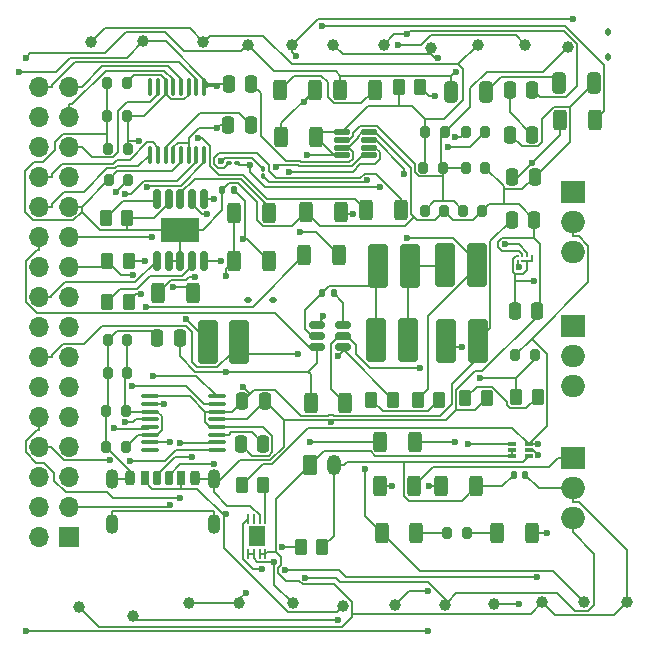
<source format=gbr>
%TF.GenerationSoftware,KiCad,Pcbnew,9.0.0*%
%TF.CreationDate,2025-03-28T14:43:10+02:00*%
%TF.ProjectId,MicroMousePower,4d696372-6f4d-46f7-9573-65506f776572,rev?*%
%TF.SameCoordinates,Original*%
%TF.FileFunction,Copper,L1,Top*%
%TF.FilePolarity,Positive*%
%FSLAX46Y46*%
G04 Gerber Fmt 4.6, Leading zero omitted, Abs format (unit mm)*
G04 Created by KiCad (PCBNEW 9.0.0) date 2025-03-28 14:43:10*
%MOMM*%
%LPD*%
G01*
G04 APERTURE LIST*
G04 Aperture macros list*
%AMRoundRect*
0 Rectangle with rounded corners*
0 $1 Rounding radius*
0 $2 $3 $4 $5 $6 $7 $8 $9 X,Y pos of 4 corners*
0 Add a 4 corners polygon primitive as box body*
4,1,4,$2,$3,$4,$5,$6,$7,$8,$9,$2,$3,0*
0 Add four circle primitives for the rounded corners*
1,1,$1+$1,$2,$3*
1,1,$1+$1,$4,$5*
1,1,$1+$1,$6,$7*
1,1,$1+$1,$8,$9*
0 Add four rect primitives between the rounded corners*
20,1,$1+$1,$2,$3,$4,$5,0*
20,1,$1+$1,$4,$5,$6,$7,0*
20,1,$1+$1,$6,$7,$8,$9,0*
20,1,$1+$1,$8,$9,$2,$3,0*%
G04 Aperture macros list end*
%TA.AperFunction,SMDPad,CuDef*%
%ADD10RoundRect,0.250000X-0.250000X-0.475000X0.250000X-0.475000X0.250000X0.475000X-0.250000X0.475000X0*%
%TD*%
%TA.AperFunction,SMDPad,CuDef*%
%ADD11RoundRect,0.250000X-0.262500X-0.450000X0.262500X-0.450000X0.262500X0.450000X-0.262500X0.450000X0*%
%TD*%
%TA.AperFunction,SMDPad,CuDef*%
%ADD12RoundRect,0.100000X-0.100000X0.637500X-0.100000X-0.637500X0.100000X-0.637500X0.100000X0.637500X0*%
%TD*%
%TA.AperFunction,SMDPad,CuDef*%
%ADD13C,1.000000*%
%TD*%
%TA.AperFunction,SMDPad,CuDef*%
%ADD14RoundRect,0.200000X-0.200000X-0.275000X0.200000X-0.275000X0.200000X0.275000X-0.200000X0.275000X0*%
%TD*%
%TA.AperFunction,SMDPad,CuDef*%
%ADD15RoundRect,0.250000X-0.312500X-0.625000X0.312500X-0.625000X0.312500X0.625000X-0.312500X0.625000X0*%
%TD*%
%TA.AperFunction,ComponentPad*%
%ADD16R,2.000000X1.905000*%
%TD*%
%TA.AperFunction,ComponentPad*%
%ADD17O,2.000000X1.905000*%
%TD*%
%TA.AperFunction,SMDPad,CuDef*%
%ADD18RoundRect,0.250000X-0.600000X-1.600000X0.600000X-1.600000X0.600000X1.600000X-0.600000X1.600000X0*%
%TD*%
%TA.AperFunction,SMDPad,CuDef*%
%ADD19RoundRect,0.250000X0.250000X0.475000X-0.250000X0.475000X-0.250000X-0.475000X0.250000X-0.475000X0*%
%TD*%
%TA.AperFunction,SMDPad,CuDef*%
%ADD20RoundRect,0.250000X0.312500X0.625000X-0.312500X0.625000X-0.312500X-0.625000X0.312500X-0.625000X0*%
%TD*%
%TA.AperFunction,SMDPad,CuDef*%
%ADD21RoundRect,0.150000X-0.512500X-0.150000X0.512500X-0.150000X0.512500X0.150000X-0.512500X0.150000X0*%
%TD*%
%TA.AperFunction,ComponentPad*%
%ADD22RoundRect,0.250000X-0.350000X-0.625000X0.350000X-0.625000X0.350000X0.625000X-0.350000X0.625000X0*%
%TD*%
%TA.AperFunction,ComponentPad*%
%ADD23O,1.200000X1.750000*%
%TD*%
%TA.AperFunction,BGAPad,CuDef*%
%ADD24C,0.200000*%
%TD*%
%TA.AperFunction,SMDPad,CuDef*%
%ADD25RoundRect,0.112500X-0.112500X0.187500X-0.112500X-0.187500X0.112500X-0.187500X0.112500X0.187500X0*%
%TD*%
%TA.AperFunction,SMDPad,CuDef*%
%ADD26RoundRect,0.062500X0.062500X-0.337500X0.062500X0.337500X-0.062500X0.337500X-0.062500X-0.337500X0*%
%TD*%
%TA.AperFunction,HeatsinkPad*%
%ADD27R,1.400000X1.700000*%
%TD*%
%TA.AperFunction,SMDPad,CuDef*%
%ADD28RoundRect,0.250000X-0.325000X-0.650000X0.325000X-0.650000X0.325000X0.650000X-0.325000X0.650000X0*%
%TD*%
%TA.AperFunction,SMDPad,CuDef*%
%ADD29RoundRect,0.125000X-0.537500X-0.125000X0.537500X-0.125000X0.537500X0.125000X-0.537500X0.125000X0*%
%TD*%
%TA.AperFunction,SMDPad,CuDef*%
%ADD30RoundRect,0.100000X-0.130000X-0.100000X0.130000X-0.100000X0.130000X0.100000X-0.130000X0.100000X0*%
%TD*%
%TA.AperFunction,SMDPad,CuDef*%
%ADD31RoundRect,0.150000X0.150000X-0.687500X0.150000X0.687500X-0.150000X0.687500X-0.150000X-0.687500X0*%
%TD*%
%TA.AperFunction,HeatsinkPad*%
%ADD32R,3.300000X2.100000*%
%TD*%
%TA.AperFunction,SMDPad,CuDef*%
%ADD33RoundRect,0.140000X-0.140000X-0.170000X0.140000X-0.170000X0.140000X0.170000X-0.140000X0.170000X0*%
%TD*%
%TA.AperFunction,SMDPad,CuDef*%
%ADD34RoundRect,0.112500X-0.187500X-0.112500X0.187500X-0.112500X0.187500X0.112500X-0.187500X0.112500X0*%
%TD*%
%TA.AperFunction,SMDPad,CuDef*%
%ADD35RoundRect,0.250000X0.600000X1.600000X-0.600000X1.600000X-0.600000X-1.600000X0.600000X-1.600000X0*%
%TD*%
%TA.AperFunction,SMDPad,CuDef*%
%ADD36RoundRect,0.100000X-0.100000X0.130000X-0.100000X-0.130000X0.100000X-0.130000X0.100000X0.130000X0*%
%TD*%
%TA.AperFunction,SMDPad,CuDef*%
%ADD37RoundRect,0.087500X-0.250000X-0.087500X0.250000X-0.087500X0.250000X0.087500X-0.250000X0.087500X0*%
%TD*%
%TA.AperFunction,SMDPad,CuDef*%
%ADD38RoundRect,0.175000X-0.175000X-0.425000X0.175000X-0.425000X0.175000X0.425000X-0.175000X0.425000X0*%
%TD*%
%TA.AperFunction,SMDPad,CuDef*%
%ADD39RoundRect,0.190000X0.190000X0.410000X-0.190000X0.410000X-0.190000X-0.410000X0.190000X-0.410000X0*%
%TD*%
%TA.AperFunction,SMDPad,CuDef*%
%ADD40RoundRect,0.200000X0.200000X0.400000X-0.200000X0.400000X-0.200000X-0.400000X0.200000X-0.400000X0*%
%TD*%
%TA.AperFunction,SMDPad,CuDef*%
%ADD41RoundRect,0.175000X0.175000X0.425000X-0.175000X0.425000X-0.175000X-0.425000X0.175000X-0.425000X0*%
%TD*%
%TA.AperFunction,SMDPad,CuDef*%
%ADD42RoundRect,0.190000X-0.190000X-0.410000X0.190000X-0.410000X0.190000X0.410000X-0.190000X0.410000X0*%
%TD*%
%TA.AperFunction,SMDPad,CuDef*%
%ADD43RoundRect,0.200000X-0.200000X-0.400000X0.200000X-0.400000X0.200000X0.400000X-0.200000X0.400000X0*%
%TD*%
%TA.AperFunction,HeatsinkPad*%
%ADD44O,1.100000X1.700000*%
%TD*%
%TA.AperFunction,SMDPad,CuDef*%
%ADD45RoundRect,0.100000X-0.637500X-0.100000X0.637500X-0.100000X0.637500X0.100000X-0.637500X0.100000X0*%
%TD*%
%TA.AperFunction,ComponentPad*%
%ADD46R,1.700000X1.700000*%
%TD*%
%TA.AperFunction,ComponentPad*%
%ADD47O,1.700000X1.700000*%
%TD*%
%TA.AperFunction,ViaPad*%
%ADD48C,0.600000*%
%TD*%
%TA.AperFunction,Conductor*%
%ADD49C,0.200000*%
%TD*%
G04 APERTURE END LIST*
D10*
%TO.P,C6,1*%
%TO.N,/3V3*%
X166050000Y-74000000D03*
%TO.P,C6,2*%
%TO.N,Net-(U5-VCP)*%
X167950000Y-74000000D03*
%TD*%
D11*
%TO.P,R15,1*%
%TO.N,Net-(U6-FB)*%
X190425000Y-97000000D03*
%TO.P,R15,2*%
%TO.N,Net-(R15-Pad2)*%
X192250000Y-97000000D03*
%TD*%
D12*
%TO.P,U5,1,~{SLEEP}*%
%TO.N,/3V3*%
X164000000Y-70775000D03*
%TO.P,U5,2,AOUT1*%
%TO.N,/MOTOR1_A_OUT*%
X163350000Y-70775000D03*
%TO.P,U5,3,AISEN*%
%TO.N,Net-(U5-AISEN)*%
X162700000Y-70775000D03*
%TO.P,U5,4,AOUT2*%
%TO.N,/MOTOR1_B_OUT*%
X162050000Y-70775000D03*
%TO.P,U5,5,BOUT2*%
%TO.N,/MOTOR3_B_OUT*%
X161400000Y-70775000D03*
%TO.P,U5,6,BISEN*%
%TO.N,Net-(U5-AISEN)*%
X160750000Y-70775000D03*
%TO.P,U5,7,BOUT1*%
%TO.N,/MOTOR3_A_OUT*%
X160100000Y-70775000D03*
%TO.P,U5,8,~{FAULT}*%
%TO.N,unconnected-(U5-~{FAULT}-Pad8)*%
X159450000Y-70775000D03*
%TO.P,U5,9,BIN1*%
%TO.N,/MOTOR3_CTRL1*%
X159450000Y-76500000D03*
%TO.P,U5,10,BIN2*%
%TO.N,/MOTOR3_CTRL2*%
X160100000Y-76500000D03*
%TO.P,U5,11,VCP*%
%TO.N,Net-(U5-VCP)*%
X160750000Y-76500000D03*
%TO.P,U5,12,VM*%
%TO.N,/3V3*%
X161400000Y-76500000D03*
%TO.P,U5,13,GND*%
%TO.N,-BATT*%
X162050000Y-76500000D03*
%TO.P,U5,14,VINT*%
%TO.N,/3V3*%
X162700000Y-76500000D03*
%TO.P,U5,15,AIN2*%
%TO.N,/MOTOR1_CTRL2*%
X163350000Y-76500000D03*
%TO.P,U5,16,AIN1*%
%TO.N,/MOTOR1_CTRL1*%
X164000000Y-76500000D03*
%TD*%
D13*
%TO.P,TP10,1,1*%
%TO.N,+BATT*%
X153400000Y-114800000D03*
%TD*%
D14*
%TO.P,R40,1*%
%TO.N,-BATT*%
X155856000Y-92237000D03*
%TO.P,R40,2*%
%TO.N,Net-(U4-AISEN)*%
X157506000Y-92237000D03*
%TD*%
D13*
%TO.P,TP2,1,1*%
%TO.N,+BATT*%
X163950000Y-66950000D03*
%TD*%
D15*
%TO.P,R3,1*%
%TO.N,/FAST_CHARGE_CTRL*%
X172500000Y-85000000D03*
%TO.P,R3,2*%
%TO.N,Net-(Q2-B)*%
X175425000Y-85000000D03*
%TD*%
D13*
%TO.P,TP4,1,1*%
%TO.N,+BATT*%
X192600000Y-114400000D03*
%TD*%
D11*
%TO.P,R16,1*%
%TO.N,Net-(R15-Pad2)*%
X186107000Y-97127000D03*
%TO.P,R16,2*%
%TO.N,-BATT*%
X187932000Y-97127000D03*
%TD*%
D10*
%TO.P,C7,1*%
%TO.N,/3V3*%
X166100000Y-70500000D03*
%TO.P,C7,2*%
%TO.N,-BATT*%
X168000000Y-70500000D03*
%TD*%
D15*
%TO.P,R27,1*%
%TO.N,Net-(R2-Pad1)*%
X170537500Y-75000000D03*
%TO.P,R27,2*%
%TO.N,+BATT*%
X173462500Y-75000000D03*
%TD*%
D10*
%TO.P,C1,1*%
%TO.N,+BATT*%
X190100000Y-78400000D03*
%TO.P,C1,2*%
%TO.N,-BATT*%
X192000000Y-78400000D03*
%TD*%
D16*
%TO.P,Q3,1,B*%
%TO.N,Net-(Q3-B)*%
X195200000Y-91000000D03*
D17*
%TO.P,Q3,2,C*%
%TO.N,+BATT*%
X195200000Y-93540000D03*
%TO.P,Q3,3,E*%
%TO.N,/EXT_LOAD2_OUT*%
X195200000Y-96080000D03*
%TD*%
D14*
%TO.P,R12,1*%
%TO.N,-BATT*%
X155856000Y-95031000D03*
%TO.P,R12,2*%
%TO.N,Net-(U4-AISEN)*%
X157506000Y-95031000D03*
%TD*%
%TO.P,R39,1*%
%TO.N,-BATT*%
X155729000Y-98206000D03*
%TO.P,R39,2*%
%TO.N,Net-(U4-AISEN)*%
X157379000Y-98206000D03*
%TD*%
%TO.P,R21,1*%
%TO.N,Net-(R19-Pad2)*%
X186150000Y-74600000D03*
%TO.P,R21,2*%
%TO.N,Net-(R18-Pad1)*%
X187800000Y-74600000D03*
%TD*%
D10*
%TO.P,C10,1*%
%TO.N,Net-(C10-Pad1)*%
X189900000Y-71000000D03*
%TO.P,C10,2*%
%TO.N,/USB 5V*%
X191800000Y-71000000D03*
%TD*%
D15*
%TO.P,R36,1*%
%TO.N,-BATT*%
X172675000Y-81400000D03*
%TO.P,R36,2*%
%TO.N,Net-(U8-FB)*%
X175600000Y-81400000D03*
%TD*%
D13*
%TO.P,TP17,1,1*%
%TO.N,/9V*%
X175750000Y-114750000D03*
%TD*%
%TO.P,TP19,1,1*%
%TO.N,Net-(U1-IN-)*%
X194800000Y-67400000D03*
%TD*%
D18*
%TO.P,L5,1,1*%
%TO.N,Net-(L3-Pad2)*%
X184393000Y-85814000D03*
%TO.P,L5,2,2*%
%TO.N,/USB 5V*%
X187093000Y-85814000D03*
%TD*%
D19*
%TO.P,C13,1*%
%TO.N,/9V*%
X161950000Y-92000000D03*
%TO.P,C13,2*%
%TO.N,-BATT*%
X160050000Y-92000000D03*
%TD*%
D14*
%TO.P,R1,1*%
%TO.N,+BATT*%
X182750000Y-74600000D03*
%TO.P,R1,2*%
%TO.N,Net-(U1-IN-)*%
X184400000Y-74600000D03*
%TD*%
D20*
%TO.P,R37,1*%
%TO.N,Net-(U8-EN)*%
X175962500Y-97500000D03*
%TO.P,R37,2*%
%TO.N,/9V*%
X173037500Y-97500000D03*
%TD*%
D21*
%TO.P,U8,1,GND*%
%TO.N,-BATT*%
X173525000Y-90900000D03*
%TO.P,U8,2,SW*%
%TO.N,Net-(U8-SW)*%
X173525000Y-91850000D03*
%TO.P,U8,3,IN*%
%TO.N,/9V*%
X173525000Y-92800000D03*
%TO.P,U8,4,FB*%
%TO.N,Net-(U8-FB)*%
X175800000Y-92800000D03*
%TO.P,U8,5,EN*%
%TO.N,Net-(U8-EN)*%
X175800000Y-91850000D03*
%TO.P,U8,6,BST*%
%TO.N,Net-(U8-BST)*%
X175800000Y-90900000D03*
%TD*%
D15*
%TO.P,R9,1*%
%TO.N,/9V*%
X166575000Y-81424000D03*
%TO.P,R9,2*%
%TO.N,Net-(U3-VBUS)*%
X169500000Y-81424000D03*
%TD*%
D22*
%TO.P,J3,1,Pin_1*%
%TO.N,+BATT*%
X173000000Y-102750000D03*
D23*
%TO.P,J3,2,Pin_2*%
%TO.N,-BATT*%
X175000000Y-102750000D03*
%TD*%
D14*
%TO.P,R33,1*%
%TO.N,Net-(U1-IN-)*%
X182675000Y-81250000D03*
%TO.P,R33,2*%
%TO.N,-BATT*%
X184325000Y-81250000D03*
%TD*%
D24*
%TO.P,U7,A1,SW*%
%TO.N,Net-(U7-SW)*%
X190550000Y-85500000D03*
%TO.P,U7,A2,VIN*%
%TO.N,+BATT*%
X190550000Y-85100000D03*
%TO.P,U7,B1,EN*%
X190950000Y-85500000D03*
%TO.P,U7,B2,GND*%
%TO.N,-BATT*%
X190950000Y-85100000D03*
%TO.P,U7,C1,VSEL1*%
%TO.N,+BATT*%
X191350000Y-85500000D03*
%TO.P,U7,C2,VOS*%
%TO.N,Net-(U7-SW)*%
X191350000Y-85100000D03*
%TO.P,U7,D1,VSEL2*%
%TO.N,+BATT*%
X191750000Y-85500000D03*
%TO.P,U7,D2,VSEL3*%
X191750000Y-85100000D03*
%TD*%
D15*
%TO.P,R20,1*%
%TO.N,/CTRL_EXT_LOAD1*%
X177737500Y-81200000D03*
%TO.P,R20,2*%
%TO.N,Net-(R17-Pad1)*%
X180662500Y-81200000D03*
%TD*%
D13*
%TO.P,TP7,1,1*%
%TO.N,Net-(U7-SW)*%
X174950000Y-67200000D03*
%TD*%
D11*
%TO.P,R4,1*%
%TO.N,+BATT*%
X180487500Y-70800000D03*
%TO.P,R4,2*%
%TO.N,Net-(U1-A0)*%
X182312500Y-70800000D03*
%TD*%
%TO.P,R34,1*%
%TO.N,/USB 5V*%
X182093000Y-97250000D03*
%TO.P,R34,2*%
%TO.N,Net-(R34-Pad2)*%
X183918000Y-97250000D03*
%TD*%
D15*
%TO.P,R29,1*%
%TO.N,/5V*%
X175537500Y-71000000D03*
%TO.P,R29,2*%
%TO.N,Net-(R28-Pad1)*%
X178462500Y-71000000D03*
%TD*%
D13*
%TO.P,TP22,1,1*%
%TO.N,/3V3*%
X162750000Y-114500000D03*
%TD*%
%TO.P,TP12,1,1*%
%TO.N,/EXT_LOAD2_OUT*%
X180200000Y-114600000D03*
%TD*%
D10*
%TO.P,C4,1*%
%TO.N,/3V3*%
X167100000Y-101000000D03*
%TO.P,C4,2*%
%TO.N,Net-(U4-VCP)*%
X169000000Y-101000000D03*
%TD*%
D13*
%TO.P,TP1,1,1*%
%TO.N,Net-(Q2-B)*%
X171450000Y-67200000D03*
%TD*%
%TO.P,TP9,1,1*%
%TO.N,Net-(U8-EN)*%
X158000000Y-115600000D03*
%TD*%
%TO.P,TP13,1,1*%
%TO.N,/EXT_LOAD1_OUT*%
X184400000Y-114600000D03*
%TD*%
%TO.P,TP11,1,1*%
%TO.N,Net-(D2-PadC)*%
X196200000Y-114400000D03*
%TD*%
D25*
%TO.P,D1,1*%
%TO.N,N/C*%
X198200000Y-66100000D03*
%TO.P,D1,2*%
X198200000Y-68200000D03*
%TD*%
D16*
%TO.P,Q1,1,B*%
%TO.N,Net-(Q1-B)*%
X195200000Y-102200000D03*
D17*
%TO.P,Q1,2,C*%
%TO.N,+BATT*%
X195200000Y-104740000D03*
%TO.P,Q1,3,E*%
%TO.N,/EXT_LOAD1_OUT*%
X195200000Y-107280000D03*
%TD*%
D15*
%TO.P,R19,1*%
%TO.N,Net-(D1-PadC)*%
X178937500Y-100800000D03*
%TO.P,R19,2*%
%TO.N,Net-(R19-Pad2)*%
X181862500Y-100800000D03*
%TD*%
D18*
%TO.P,L4,1,1*%
%TO.N,Net-(U8-SW)*%
X178551000Y-92164000D03*
%TO.P,L4,2,2*%
%TO.N,Net-(L3-Pad2)*%
X181251000Y-92164000D03*
%TD*%
D11*
%TO.P,R6,1*%
%TO.N,/5V*%
X167175000Y-104500000D03*
%TO.P,R6,2*%
%TO.N,Net-(U2-STAT)*%
X169000000Y-104500000D03*
%TD*%
D20*
%TO.P,R2,1*%
%TO.N,Net-(R2-Pad1)*%
X197062500Y-73600000D03*
%TO.P,R2,2*%
%TO.N,+BATT*%
X194137500Y-73600000D03*
%TD*%
D26*
%TO.P,U2,1,V_{DD}*%
%TO.N,/USB 5V*%
X167700000Y-110275000D03*
%TO.P,U2,2,V_{DD}*%
X168200000Y-110275000D03*
%TO.P,U2,3,V_{BAT}*%
%TO.N,+BATT*%
X168700000Y-110275000D03*
%TO.P,U2,4,V_{BAT}*%
X169200000Y-110275000D03*
%TO.P,U2,5,STAT*%
%TO.N,Net-(U2-STAT)*%
X169200000Y-107375000D03*
%TO.P,U2,6,V_{SS}*%
%TO.N,-BATT*%
X168700000Y-107375000D03*
%TO.P,U2,7,NC*%
%TO.N,unconnected-(U2-NC-Pad7)*%
X168200000Y-107375000D03*
%TO.P,U2,8,PROG*%
%TO.N,Net-(U2-PROG)*%
X167700000Y-107375000D03*
D27*
%TO.P,U2,9*%
%TO.N,N/C*%
X168450000Y-108825000D03*
%TD*%
D28*
%TO.P,C8,1*%
%TO.N,/5V*%
X184925000Y-71200000D03*
%TO.P,C8,2*%
%TO.N,Net-(C15-Pad1)*%
X187875000Y-71200000D03*
%TD*%
D15*
%TO.P,R18,1*%
%TO.N,Net-(R18-Pad1)*%
X178875000Y-104600000D03*
%TO.P,R18,2*%
%TO.N,Net-(Q1-B)*%
X181800000Y-104600000D03*
%TD*%
D11*
%TO.P,R8,1*%
%TO.N,-BATT*%
X155782000Y-85522000D03*
%TO.P,R8,2*%
%TO.N,Net-(U3-DM)*%
X157607000Y-85522000D03*
%TD*%
D14*
%TO.P,R14,1*%
%TO.N,/5V*%
X190350000Y-93500000D03*
%TO.P,R14,2*%
%TO.N,Net-(U6-FB)*%
X192000000Y-93500000D03*
%TD*%
D13*
%TO.P,TP6,1,1*%
%TO.N,Net-(U7-SW)*%
X183200000Y-67450000D03*
%TD*%
D20*
%TO.P,R38,1*%
%TO.N,-BATT*%
X187000000Y-104600000D03*
%TO.P,R38,2*%
%TO.N,Net-(U8-EN)*%
X184075000Y-104600000D03*
%TD*%
D29*
%TO.P,U1,1,IN+*%
%TO.N,+BATT*%
X175662500Y-74625000D03*
%TO.P,U1,2,IN-*%
%TO.N,Net-(U1-IN-)*%
X175662500Y-75275000D03*
%TO.P,U1,3,GND*%
%TO.N,-BATT*%
X175662500Y-75925000D03*
%TO.P,U1,4,VS*%
%TO.N,+BATT*%
X175662500Y-76575000D03*
%TO.P,U1,5,SCL*%
%TO.N,/I2C1_SCL*%
X177937500Y-76575000D03*
%TO.P,U1,6,SDA*%
%TO.N,/I2C1_SDA*%
X177937500Y-75925000D03*
%TO.P,U1,7,A0*%
%TO.N,Net-(U1-A0)*%
X177937500Y-75275000D03*
%TO.P,U1,8,A1*%
%TO.N,-BATT*%
X177937500Y-74625000D03*
%TD*%
D30*
%TO.P,R17,1*%
%TO.N,Net-(R17-Pad1)*%
X166135000Y-77200000D03*
%TO.P,R17,2*%
%TO.N,Net-(D1-PadC)*%
X166775000Y-77200000D03*
%TD*%
D14*
%TO.P,R43,1*%
%TO.N,-BATT*%
X155811000Y-70404000D03*
%TO.P,R43,2*%
%TO.N,Net-(U5-AISEN)*%
X157461000Y-70404000D03*
%TD*%
D11*
%TO.P,R11,1*%
%TO.N,Net-(U3-PG)*%
X155675000Y-81868000D03*
%TO.P,R11,2*%
%TO.N,-BATT*%
X157500000Y-81868000D03*
%TD*%
D14*
%TO.P,R30,1*%
%TO.N,+BATT*%
X182575000Y-77600000D03*
%TO.P,R30,2*%
%TO.N,Net-(U1-IN-)*%
X184225000Y-77600000D03*
%TD*%
D15*
%TO.P,R7,1*%
%TO.N,/9V*%
X166575000Y-85500000D03*
%TO.P,R7,2*%
%TO.N,/3V3*%
X169500000Y-85500000D03*
%TD*%
D31*
%TO.P,U3,1,VDD*%
%TO.N,/3V3*%
X160000000Y-85500000D03*
%TO.P,U3,2,CFG2*%
%TO.N,-BATT*%
X161000000Y-85500000D03*
%TO.P,U3,3,CFG3*%
X162000000Y-85500000D03*
%TO.P,U3,4,DP*%
%TO.N,Net-(U3-DP)*%
X163000000Y-85500000D03*
%TO.P,U3,5,DM*%
%TO.N,Net-(U3-DM)*%
X164000000Y-85500000D03*
%TO.P,U3,6,CC2*%
%TO.N,Net-(J1-CC2)*%
X164000000Y-80225000D03*
%TO.P,U3,7,CC1*%
%TO.N,Net-(J1-CC1)*%
X163000000Y-80225000D03*
%TO.P,U3,8,VBUS*%
%TO.N,Net-(U3-VBUS)*%
X162000000Y-80225000D03*
%TO.P,U3,9,CFG1*%
%TO.N,-BATT*%
X161000000Y-80225000D03*
%TO.P,U3,10,PG*%
%TO.N,Net-(U3-PG)*%
X160000000Y-80225000D03*
D32*
%TO.P,U3,11,GND*%
%TO.N,-BATT*%
X162000000Y-82862500D03*
%TD*%
D10*
%TO.P,C11,1*%
%TO.N,-BATT*%
X189900000Y-74800000D03*
%TO.P,C11,2*%
%TO.N,Net-(C10-Pad1)*%
X191800000Y-74800000D03*
%TD*%
D13*
%TO.P,TP16,1,1*%
%TO.N,+BATT*%
X187200000Y-67200000D03*
%TD*%
D15*
%TO.P,R28,1*%
%TO.N,Net-(R28-Pad1)*%
X170457500Y-71000000D03*
%TO.P,R28,2*%
%TO.N,Net-(R2-Pad1)*%
X173382500Y-71000000D03*
%TD*%
D11*
%TO.P,R35,1*%
%TO.N,Net-(R34-Pad2)*%
X178175000Y-97250000D03*
%TO.P,R35,2*%
%TO.N,Net-(U8-FB)*%
X180000000Y-97250000D03*
%TD*%
D10*
%TO.P,C5,1*%
%TO.N,/3V3*%
X167250000Y-97400000D03*
%TO.P,C5,2*%
%TO.N,-BATT*%
X169150000Y-97400000D03*
%TD*%
D11*
%TO.P,R5,1*%
%TO.N,Net-(U2-PROG)*%
X172175000Y-109750000D03*
%TO.P,R5,2*%
%TO.N,-BATT*%
X174000000Y-109750000D03*
%TD*%
D14*
%TO.P,R42,1*%
%TO.N,-BATT*%
X155874000Y-75992000D03*
%TO.P,R42,2*%
%TO.N,Net-(U5-AISEN)*%
X157524000Y-75992000D03*
%TD*%
D11*
%TO.P,R10,1*%
%TO.N,Net-(U3-DP)*%
X155782000Y-89000000D03*
%TO.P,R10,2*%
%TO.N,-BATT*%
X157607000Y-89000000D03*
%TD*%
D13*
%TO.P,TP18,1,1*%
%TO.N,/3V3*%
X167000000Y-114500000D03*
%TD*%
D33*
%TO.P,C3,1*%
%TO.N,-BATT*%
X165540000Y-79500000D03*
%TO.P,C3,2*%
%TO.N,/3V3*%
X166500000Y-79500000D03*
%TD*%
D18*
%TO.P,L3,1,1*%
%TO.N,Net-(U8-SW)*%
X178725000Y-85941000D03*
%TO.P,L3,2,2*%
%TO.N,Net-(L3-Pad2)*%
X181425000Y-85941000D03*
%TD*%
D33*
%TO.P,C14,1*%
%TO.N,Net-(U8-SW)*%
X174022000Y-88228000D03*
%TO.P,C14,2*%
%TO.N,Net-(U8-BST)*%
X174982000Y-88228000D03*
%TD*%
D34*
%TO.P,D2,1*%
%TO.N,N/C*%
X167700000Y-88800000D03*
%TO.P,D2,2*%
X169800000Y-88800000D03*
%TD*%
D16*
%TO.P,Q2,1,B*%
%TO.N,Net-(Q2-B)*%
X195255000Y-79660000D03*
D17*
%TO.P,Q2,2,C*%
%TO.N,/5V*%
X195255000Y-82200000D03*
%TO.P,Q2,3,E*%
%TO.N,+BATT*%
X195255000Y-84740000D03*
%TD*%
D13*
%TO.P,TP23,1,1*%
%TO.N,/3V3*%
X158805000Y-66921000D03*
%TD*%
D35*
%TO.P,L1,1,1*%
%TO.N,+BATT*%
X167000000Y-92400000D03*
%TO.P,L1,2,2*%
%TO.N,Net-(U6-SW)*%
X164300000Y-92400000D03*
%TD*%
D13*
%TO.P,TP3,1,1*%
%TO.N,/5V*%
X167700000Y-67200000D03*
%TD*%
D36*
%TO.P,R23,1*%
%TO.N,Net-(R22-Pad2)*%
X169000000Y-77680000D03*
%TO.P,R23,2*%
%TO.N,Net-(D2-PadC)*%
X169000000Y-78320000D03*
%TD*%
D13*
%TO.P,TP8,1,1*%
%TO.N,/USB 5V*%
X179200000Y-67200000D03*
%TD*%
D37*
%TO.P,U6,1,FB*%
%TO.N,Net-(U6-FB)*%
X190075000Y-101000000D03*
%TO.P,U6,2,EN*%
%TO.N,+BATT*%
X190075000Y-101500000D03*
%TO.P,U6,3,VIN*%
X190075000Y-102000000D03*
%TO.P,U6,4,GND*%
%TO.N,-BATT*%
X191500000Y-102000000D03*
%TO.P,U6,5,SW*%
%TO.N,Net-(U6-SW)*%
X191500000Y-101500000D03*
%TO.P,U6,6,VOUT*%
%TO.N,/5V*%
X191500000Y-101000000D03*
%TD*%
D10*
%TO.P,C9,1*%
%TO.N,+BATT*%
X190300000Y-89750000D03*
%TO.P,C9,2*%
%TO.N,-BATT*%
X192200000Y-89750000D03*
%TD*%
D15*
%TO.P,R24,1*%
%TO.N,Net-(D2-PadC)*%
X179050000Y-108500000D03*
%TO.P,R24,2*%
%TO.N,Net-(R24-Pad2)*%
X181975000Y-108500000D03*
%TD*%
D38*
%TO.P,J1,A5,CC1*%
%TO.N,Net-(J1-CC1)*%
X160000000Y-103920000D03*
D39*
%TO.P,J1,A9,VBUS*%
%TO.N,/9V*%
X162020000Y-103920000D03*
D40*
%TO.P,J1,A12,GND*%
%TO.N,-BATT*%
X163250000Y-103920000D03*
D41*
%TO.P,J1,B5,CC2*%
%TO.N,Net-(J1-CC2)*%
X161000000Y-103920000D03*
D42*
%TO.P,J1,B9,VBUS*%
%TO.N,/9V*%
X158980000Y-103920000D03*
D43*
%TO.P,J1,B12,GND*%
%TO.N,-BATT*%
X157750000Y-103920000D03*
D44*
%TO.P,J1,S1,SHIELD*%
X156180000Y-104000000D03*
X156180000Y-107800000D03*
X164820000Y-104000000D03*
X164820000Y-107800000D03*
%TD*%
D14*
%TO.P,R31,1*%
%TO.N,Net-(U1-IN-)*%
X186175000Y-77600000D03*
%TO.P,R31,2*%
%TO.N,-BATT*%
X187825000Y-77600000D03*
%TD*%
%TO.P,R32,1*%
%TO.N,Net-(U1-IN-)*%
X185925000Y-81250000D03*
%TO.P,R32,2*%
%TO.N,-BATT*%
X187575000Y-81250000D03*
%TD*%
D10*
%TO.P,C12,1*%
%TO.N,/3V3*%
X190038000Y-82000000D03*
%TO.P,C12,2*%
%TO.N,-BATT*%
X191938000Y-82000000D03*
%TD*%
D13*
%TO.P,TP21,1,1*%
%TO.N,/USB 5V*%
X171500000Y-114500000D03*
%TD*%
D33*
%TO.P,C2,1*%
%TO.N,-BATT*%
X190240000Y-103600000D03*
%TO.P,C2,2*%
%TO.N,+BATT*%
X191200000Y-103600000D03*
%TD*%
D14*
%TO.P,R41,1*%
%TO.N,-BATT*%
X155729000Y-101254000D03*
%TO.P,R41,2*%
%TO.N,Net-(U4-AISEN)*%
X157379000Y-101254000D03*
%TD*%
D18*
%TO.P,L2,1,1*%
%TO.N,Net-(U7-SW)*%
X184500000Y-92250000D03*
%TO.P,L2,2,2*%
%TO.N,/3V3*%
X187200000Y-92250000D03*
%TD*%
D20*
%TO.P,R22,1*%
%TO.N,/CTRL_EXT_LOAD2*%
X163062500Y-88200000D03*
%TO.P,R22,2*%
%TO.N,Net-(R22-Pad2)*%
X160137500Y-88200000D03*
%TD*%
D14*
%TO.P,R44,1*%
%TO.N,-BATT*%
X155938000Y-78659000D03*
%TO.P,R44,2*%
%TO.N,Net-(U5-AISEN)*%
X157588000Y-78659000D03*
%TD*%
%TO.P,R25,1*%
%TO.N,Net-(R24-Pad2)*%
X184577500Y-108500000D03*
%TO.P,R25,2*%
%TO.N,Net-(R25-Pad2)*%
X186227500Y-108500000D03*
%TD*%
D45*
%TO.P,U4,1,~{SLEEP}*%
%TO.N,/3V3*%
X159387500Y-96975000D03*
%TO.P,U4,2,AOUT1*%
%TO.N,/MOTOR2_A_OUT*%
X159387500Y-97625000D03*
%TO.P,U4,3,AISEN*%
%TO.N,Net-(U4-AISEN)*%
X159387500Y-98275000D03*
%TO.P,U4,4,AOUT2*%
%TO.N,/MOTOR2_B_OUT*%
X159387500Y-98925000D03*
%TO.P,U4,5,BOUT2*%
%TO.N,/MOTOR4_B_OUT*%
X159387500Y-99575000D03*
%TO.P,U4,6,BISEN*%
%TO.N,Net-(U4-AISEN)*%
X159387500Y-100225000D03*
%TO.P,U4,7,BOUT1*%
%TO.N,/MOTOR4_A_OUT*%
X159387500Y-100875000D03*
%TO.P,U4,8,~{FAULT}*%
%TO.N,unconnected-(U4-~{FAULT}-Pad8)*%
X159387500Y-101525000D03*
%TO.P,U4,9,BIN1*%
%TO.N,/MOTOR4_CTRL1*%
X165112500Y-101525000D03*
%TO.P,U4,10,BIN2*%
%TO.N,/MOTOR4_CTRL2*%
X165112500Y-100875000D03*
%TO.P,U4,11,VCP*%
%TO.N,Net-(U4-VCP)*%
X165112500Y-100225000D03*
%TO.P,U4,12,VM*%
%TO.N,/3V3*%
X165112500Y-99575000D03*
%TO.P,U4,13,GND*%
%TO.N,-BATT*%
X165112500Y-98925000D03*
%TO.P,U4,14,VINT*%
%TO.N,/3V3*%
X165112500Y-98275000D03*
%TO.P,U4,15,AIN2*%
%TO.N,/MOTOR2_CTRL2*%
X165112500Y-97625000D03*
%TO.P,U4,16,AIN1*%
%TO.N,/MOTOR2_CTRL1*%
X165112500Y-96975000D03*
%TD*%
D13*
%TO.P,TP15,1,1*%
%TO.N,/5V*%
X188578000Y-114586500D03*
%TD*%
D15*
%TO.P,R26,1*%
%TO.N,Net-(R25-Pad2)*%
X188825000Y-108500000D03*
%TO.P,R26,2*%
%TO.N,Net-(Q3-B)*%
X191750000Y-108500000D03*
%TD*%
D13*
%TO.P,TP20,1,1*%
%TO.N,+BATT*%
X154400000Y-67000000D03*
%TD*%
%TO.P,TP14,1,1*%
%TO.N,+BATT*%
X199800000Y-114400000D03*
%TD*%
D28*
%TO.P,C15,1*%
%TO.N,Net-(C15-Pad1)*%
X194050000Y-70450000D03*
%TO.P,C15,2*%
%TO.N,-BATT*%
X197000000Y-70450000D03*
%TD*%
D13*
%TO.P,TP5,1,1*%
%TO.N,Net-(D1-PadC)*%
X191200000Y-67200000D03*
%TD*%
D46*
%TO.P,J2,1,Pin_1*%
%TO.N,/MOTOR2_B_OUT*%
X152540000Y-108860000D03*
D47*
%TO.P,J2,2,Pin_2*%
%TO.N,/MOTOR2_A_OUT*%
X150000000Y-108860000D03*
%TO.P,J2,3,Pin_3*%
%TO.N,/MOTOR4_A_OUT*%
X152540000Y-106320000D03*
%TO.P,J2,4,Pin_4*%
%TO.N,/MOTOR2_CTRL1*%
X150000000Y-106320000D03*
%TO.P,J2,5,Pin_5*%
%TO.N,/MOTOR4_B_OUT*%
X152540000Y-103780000D03*
%TO.P,J2,6,Pin_6*%
%TO.N,/MOTOR2_CTRL2*%
X150000000Y-103780000D03*
%TO.P,J2,7,Pin_7*%
%TO.N,/CTRL_EXT_LOAD2*%
X152540000Y-101240000D03*
%TO.P,J2,8,Pin_8*%
%TO.N,/MOTOR4_CTRL1*%
X150000000Y-101240000D03*
%TO.P,J2,9,Pin_9*%
%TO.N,/USART2_RX*%
X152540000Y-98700000D03*
%TO.P,J2,10,Pin_10*%
%TO.N,/MOTOR4_CTRL2*%
X150000000Y-98700000D03*
%TO.P,J2,11,Pin_11*%
%TO.N,/EXT_LOAD2_OUT*%
X152540000Y-96160000D03*
%TO.P,J2,12,Pin_12*%
%TO.N,/USART2_TX*%
X150000000Y-96160000D03*
%TO.P,J2,13,Pin_13*%
%TO.N,/FAST_CHARGE_CTRL*%
X152540000Y-93620000D03*
%TO.P,J2,14,Pin_14*%
%TO.N,+BATT*%
X150000000Y-93620000D03*
%TO.P,J2,15,Pin_15*%
%TO.N,unconnected-(J2-Pin_15-Pad15)*%
X152540000Y-91080000D03*
%TO.P,J2,16,Pin_16*%
%TO.N,/I2C1_SCL*%
X150000000Y-91080000D03*
%TO.P,J2,17,Pin_17*%
%TO.N,/I2C1_SDA*%
X152540000Y-88540000D03*
%TO.P,J2,18,Pin_18*%
%TO.N,/3V3*%
X150000000Y-88540000D03*
%TO.P,J2,19,Pin_19*%
%TO.N,-BATT*%
X152540000Y-86000000D03*
%TO.P,J2,20,Pin_20*%
%TO.N,/5V*%
X150000000Y-86000000D03*
%TO.P,J2,21,Pin_21*%
%TO.N,/EXT_LOAD1_OUT*%
X152540000Y-83460000D03*
%TO.P,J2,22,Pin_22*%
%TO.N,/9V*%
X150000000Y-83460000D03*
%TO.P,J2,23,Pin_23*%
%TO.N,-BATT*%
X152540000Y-80920000D03*
%TO.P,J2,24,Pin_24*%
%TO.N,/MOTOR3_CTRL1*%
X150000000Y-80920000D03*
%TO.P,J2,25,Pin_25*%
%TO.N,/CTRL_EXT_LOAD1*%
X152540000Y-78380000D03*
%TO.P,J2,26,Pin_26*%
%TO.N,/MOTOR3_CTRL2*%
X150000000Y-78380000D03*
%TO.P,J2,27,Pin_27*%
%TO.N,/MOTOR3_A_OUT*%
X152540000Y-75840000D03*
%TO.P,J2,28,Pin_28*%
%TO.N,/MOTOR1_CTRL1*%
X150000000Y-75840000D03*
%TO.P,J2,29,Pin_29*%
%TO.N,/MOTOR3_B_OUT*%
X152540000Y-73300000D03*
%TO.P,J2,30,Pin_30*%
%TO.N,/MOTOR1_CTRL2*%
X150000000Y-73300000D03*
%TO.P,J2,31,Pin_31*%
%TO.N,/MOTOR1_B_OUT*%
X152540000Y-70760000D03*
%TO.P,J2,32,Pin_32*%
%TO.N,/MOTOR1_A_OUT*%
X150000000Y-70760000D03*
%TD*%
D14*
%TO.P,R13,1*%
%TO.N,-BATT*%
X155811000Y-73198000D03*
%TO.P,R13,2*%
%TO.N,Net-(U5-AISEN)*%
X157461000Y-73198000D03*
%TD*%
D48*
%TO.N,Net-(U8-EN)*%
X182306000Y-94541100D03*
X183055900Y-104600000D03*
X175345700Y-115891400D03*
%TO.N,Net-(U8-FB)*%
X175330900Y-93581400D03*
X176638500Y-81500000D03*
%TO.N,Net-(D2-PadC)*%
X177630600Y-103088900D03*
X177807500Y-78670500D03*
%TO.N,Net-(R22-Pad2)*%
X165432400Y-77072700D03*
X163235200Y-86845300D03*
%TO.N,Net-(R19-Pad2)*%
X185275000Y-100800000D03*
X185275000Y-74984800D03*
%TO.N,Net-(R18-Pad1)*%
X179891200Y-104600000D03*
X184630000Y-75882600D03*
%TO.N,Net-(D1-PadC)*%
X173014800Y-100800000D03*
X167880500Y-77387100D03*
X178878100Y-79243100D03*
X180413300Y-67246700D03*
%TO.N,Net-(U6-FB)*%
X186381300Y-101000000D03*
X187395600Y-95415400D03*
%TO.N,Net-(U5-AISEN)*%
X158478600Y-75389700D03*
X156540400Y-79706600D03*
%TO.N,Net-(U3-DM)*%
X165432400Y-85500000D03*
X159042300Y-85481500D03*
%TO.N,Net-(U2-PROG)*%
X168910100Y-111621300D03*
X170612000Y-109682100D03*
%TO.N,Net-(U1-A0)*%
X180961900Y-78156800D03*
X183587500Y-71520200D03*
%TO.N,Net-(R2-Pad1)*%
X174003700Y-65619800D03*
X172484700Y-72045300D03*
%TO.N,Net-(Q3-B)*%
X193021800Y-108498700D03*
%TO.N,Net-(Q2-B)*%
X172119500Y-83029500D03*
X171763900Y-68152600D03*
X195255000Y-65030400D03*
%TO.N,Net-(U7-SW)*%
X183841100Y-68303600D03*
X185850000Y-92825000D03*
X190705400Y-86054200D03*
X189452300Y-84095500D03*
%TO.N,Net-(U6-SW)*%
X192301100Y-101973300D03*
X192207400Y-112278900D03*
X170846100Y-111701300D03*
X162480200Y-90457000D03*
%TO.N,/MOTOR2_A_OUT*%
X160589600Y-97625000D03*
%TO.N,/MOTOR4_CTRL1*%
X156069300Y-102399400D03*
X157745400Y-102465300D03*
%TO.N,/I2C1_SDA*%
X171212200Y-77940300D03*
%TO.N,/MOTOR2_B_OUT*%
X157342700Y-99154700D03*
%TO.N,/EXT_LOAD2_OUT*%
X182944800Y-113470100D03*
X148889500Y-116833400D03*
X182944800Y-116833400D03*
%TO.N,/MOTOR1_CTRL1*%
X159166200Y-79245100D03*
%TO.N,/EXT_LOAD1_OUT*%
X159594000Y-83460000D03*
X172584300Y-112338900D03*
%TO.N,/MOTOR4_CTRL2*%
X161995000Y-105574100D03*
X161995000Y-100888800D03*
%TO.N,/MOTOR2_CTRL1*%
X159680300Y-95223500D03*
%TO.N,/CTRL_EXT_LOAD1*%
X163496800Y-75077300D03*
%TO.N,/MOTOR4_B_OUT*%
X156384400Y-99640900D03*
%TO.N,/MOTOR4_A_OUT*%
X161093100Y-106145600D03*
X161093100Y-100875000D03*
%TO.N,/CTRL_EXT_LOAD2*%
X161414800Y-87709500D03*
%TO.N,/FAST_CHARGE_CTRL*%
X159045700Y-89389000D03*
%TO.N,/MOTOR2_CTRL2*%
X157878400Y-96110300D03*
%TO.N,/MOTOR1_CTRL2*%
X157295200Y-79839200D03*
%TO.N,/I2C1_SCL*%
X170076900Y-77586000D03*
%TO.N,Net-(J1-CC2)*%
X164865300Y-80225000D03*
X164865300Y-102670800D03*
%TO.N,Net-(J1-CC1)*%
X162965400Y-102097900D03*
X164261900Y-81567500D03*
%TO.N,/9V*%
X165891100Y-106936500D03*
X165891100Y-94866400D03*
X165891100Y-86764800D03*
%TO.N,/USB 5V*%
X181172000Y-83600200D03*
X181172000Y-66323200D03*
X169925700Y-110958400D03*
%TO.N,/5V*%
X148891900Y-68284000D03*
X190690600Y-114586500D03*
X192303500Y-101000000D03*
X185335400Y-69498000D03*
%TO.N,/3V3*%
X167517600Y-113633400D03*
X167283700Y-96191300D03*
X148333400Y-69517900D03*
X167283700Y-83669800D03*
X165089000Y-70702000D03*
X165089000Y-74228700D03*
%TO.N,-BATT*%
X174090100Y-90146000D03*
X174759500Y-99130200D03*
X158665600Y-88339800D03*
X157985300Y-86714500D03*
%TO.N,+BATT*%
X171928100Y-93350800D03*
X191901500Y-87236600D03*
X172683300Y-76575000D03*
X191735600Y-77206600D03*
%TD*%
D49*
%TO.N,Net-(U8-EN)*%
X184075000Y-104600000D02*
X183055900Y-104600000D01*
X178012400Y-94541100D02*
X182306000Y-94541100D01*
X176885500Y-93414200D02*
X178012400Y-94541100D01*
X176885500Y-92593000D02*
X176885500Y-93414200D01*
X176142500Y-91850000D02*
X176885500Y-92593000D01*
X175800000Y-91850000D02*
X176142500Y-91850000D01*
X174779200Y-96316700D02*
X175962500Y-97500000D01*
X174779200Y-92513900D02*
X174779200Y-96316700D01*
X175443100Y-91850000D02*
X174779200Y-92513900D01*
X175800000Y-91850000D02*
X175443100Y-91850000D01*
X158291400Y-115891400D02*
X175345700Y-115891400D01*
X158000000Y-115600000D02*
X158291400Y-115891400D01*
%TO.N,Net-(U8-FB)*%
X175700000Y-81500000D02*
X175600000Y-81400000D01*
X176638500Y-81500000D02*
X175700000Y-81500000D01*
X175831200Y-93081100D02*
X175330900Y-93581400D01*
X175800000Y-93050000D02*
X175831200Y-93081100D01*
X175800000Y-92800000D02*
X175800000Y-93050000D01*
X175831200Y-93081100D02*
X180000000Y-97250000D01*
%TO.N,Net-(R34-Pad2)*%
X182963000Y-98205000D02*
X183918000Y-97250000D01*
X179130000Y-98205000D02*
X182963000Y-98205000D01*
X178175000Y-97250000D02*
X179130000Y-98205000D01*
%TO.N,Net-(R28-Pad1)*%
X171607600Y-69849900D02*
X170457500Y-71000000D01*
X173923400Y-69849900D02*
X171607600Y-69849900D01*
X174460000Y-70386500D02*
X173923400Y-69849900D01*
X174460000Y-71601100D02*
X174460000Y-70386500D01*
X174994300Y-72135400D02*
X174460000Y-71601100D01*
X177327100Y-72135400D02*
X174994300Y-72135400D01*
X178462500Y-71000000D02*
X177327100Y-72135400D01*
%TO.N,Net-(R25-Pad2)*%
X188825000Y-108500000D02*
X186227500Y-108500000D01*
%TO.N,Net-(R24-Pad2)*%
X181975000Y-108500000D02*
X184577500Y-108500000D01*
%TO.N,Net-(D2-PadC)*%
X177630600Y-107080600D02*
X177630600Y-103088900D01*
X179050000Y-108500000D02*
X177630600Y-107080600D01*
X177634300Y-78843700D02*
X177807500Y-78670500D01*
X169523700Y-78843700D02*
X177634300Y-78843700D01*
X169000000Y-78320000D02*
X169523700Y-78843700D01*
X182265200Y-111715200D02*
X179050000Y-108500000D01*
X193515200Y-111715200D02*
X182265200Y-111715200D01*
X196200000Y-114400000D02*
X193515200Y-111715200D01*
%TO.N,Net-(R22-Pad2)*%
X161186100Y-87151400D02*
X160137500Y-88200000D01*
X162462800Y-87151400D02*
X161186100Y-87151400D01*
X162768900Y-86845300D02*
X162462800Y-87151400D01*
X163235200Y-86845300D02*
X162768900Y-86845300D01*
X165758800Y-76746300D02*
X165432400Y-77072700D01*
X168066300Y-76746300D02*
X165758800Y-76746300D01*
X169000000Y-77680000D02*
X168066300Y-76746300D01*
%TO.N,Net-(R19-Pad2)*%
X185765200Y-74984800D02*
X186150000Y-74600000D01*
X185275000Y-74984800D02*
X185765200Y-74984800D01*
X181862500Y-100800000D02*
X185275000Y-100800000D01*
%TO.N,Net-(R18-Pad1)*%
X186517400Y-75882600D02*
X187800000Y-74600000D01*
X184630000Y-75882600D02*
X186517400Y-75882600D01*
X178875000Y-104600000D02*
X179891200Y-104600000D01*
%TO.N,Net-(D1-PadC)*%
X178937500Y-100800000D02*
X173014800Y-100800000D01*
X190410700Y-66410700D02*
X191200000Y-67200000D01*
X183176200Y-66410700D02*
X190410700Y-66410700D01*
X182340200Y-67246700D02*
X183176200Y-66410700D01*
X180413300Y-67246700D02*
X182340200Y-67246700D01*
X166962100Y-77387100D02*
X167880500Y-77387100D01*
X166775000Y-77200000D02*
X166962100Y-77387100D01*
X169131600Y-79243100D02*
X178878100Y-79243100D01*
X167880500Y-77992000D02*
X169131600Y-79243100D01*
X167880500Y-77387100D02*
X167880500Y-77992000D01*
%TO.N,Net-(R17-Pad1)*%
X180662500Y-80247300D02*
X180662500Y-81200000D01*
X178523400Y-78108200D02*
X180662500Y-80247300D01*
X177589400Y-78108200D02*
X178523400Y-78108200D01*
X177205600Y-78492000D02*
X177589400Y-78108200D01*
X170108200Y-78492000D02*
X177205600Y-78492000D01*
X169477900Y-77861700D02*
X170108200Y-78492000D01*
X169477900Y-77404700D02*
X169477900Y-77861700D01*
X168457100Y-76383900D02*
X169477900Y-77404700D01*
X165290100Y-76383900D02*
X168457100Y-76383900D01*
X164880700Y-76793300D02*
X165290100Y-76383900D01*
X164880700Y-77301100D02*
X164880700Y-76793300D01*
X165204000Y-77624400D02*
X164880700Y-77301100D01*
X165710600Y-77624400D02*
X165204000Y-77624400D01*
X166135000Y-77200000D02*
X165710600Y-77624400D01*
%TO.N,Net-(R15-Pad2)*%
X191296600Y-97953400D02*
X192250000Y-97000000D01*
X189922300Y-97953400D02*
X191296600Y-97953400D01*
X189657500Y-97688600D02*
X189922300Y-97953400D01*
X189657500Y-97421500D02*
X189657500Y-97688600D01*
X188397500Y-96161500D02*
X189657500Y-97421500D01*
X187072500Y-96161500D02*
X188397500Y-96161500D01*
X186107000Y-97127000D02*
X187072500Y-96161500D01*
%TO.N,Net-(U6-FB)*%
X190075000Y-101000000D02*
X186381300Y-101000000D01*
X190425000Y-95415400D02*
X190425000Y-97000000D01*
X187395600Y-95415400D02*
X190425000Y-95415400D01*
X192000000Y-93840400D02*
X192000000Y-93500000D01*
X190425000Y-95415400D02*
X192000000Y-93840400D01*
%TO.N,Net-(U5-AISEN)*%
X157461000Y-73198000D02*
X157524000Y-73261000D01*
X160750000Y-70162100D02*
X160750000Y-70775000D01*
X160353600Y-69765700D02*
X160750000Y-70162100D01*
X158099300Y-69765700D02*
X160353600Y-69765700D01*
X157461000Y-70404000D02*
X158099300Y-69765700D01*
X158881600Y-73261000D02*
X160750000Y-71392600D01*
X157524000Y-73261000D02*
X158881600Y-73261000D01*
X160750000Y-70775000D02*
X160750000Y-71392600D01*
X162700000Y-71434300D02*
X162700000Y-70775000D01*
X162309300Y-71825000D02*
X162700000Y-71434300D01*
X161182400Y-71825000D02*
X162309300Y-71825000D01*
X160750000Y-71392600D02*
X161182400Y-71825000D01*
X156540400Y-79706600D02*
X157588000Y-78659000D01*
X157524000Y-75389700D02*
X158478600Y-75389700D01*
X157524000Y-73261000D02*
X157524000Y-75389700D01*
X157524000Y-75389700D02*
X157524000Y-75992000D01*
%TO.N,Net-(U4-AISEN)*%
X158408000Y-100225000D02*
X159387500Y-100225000D01*
X157379000Y-101254000D02*
X158408000Y-100225000D01*
X160051500Y-98275000D02*
X159387500Y-98275000D01*
X160428400Y-98651900D02*
X160051500Y-98275000D01*
X160428400Y-99777300D02*
X160428400Y-98651900D01*
X159980700Y-100225000D02*
X160428400Y-99777300D01*
X159387500Y-100225000D02*
X159980700Y-100225000D01*
X157506000Y-95031000D02*
X157506000Y-92237000D01*
X157448000Y-98275000D02*
X157379000Y-98206000D01*
X159387500Y-98275000D02*
X157448000Y-98275000D01*
X157326700Y-98153700D02*
X157379000Y-98206000D01*
X157326700Y-95210300D02*
X157326700Y-98153700D01*
X157506000Y-95031000D02*
X157326700Y-95210300D01*
%TO.N,Net-(U3-PG)*%
X159787200Y-80437800D02*
X160000000Y-80225000D01*
X157105200Y-80437800D02*
X159787200Y-80437800D01*
X155675000Y-81868000D02*
X157105200Y-80437800D01*
%TO.N,Net-(U3-DP)*%
X156895700Y-87886300D02*
X155782000Y-89000000D01*
X158305700Y-87886300D02*
X156895700Y-87886300D01*
X159397100Y-86794900D02*
X158305700Y-87886300D01*
X162128000Y-86794900D02*
X159397100Y-86794900D01*
X163000000Y-85922900D02*
X162128000Y-86794900D01*
X163000000Y-85500000D02*
X163000000Y-85922900D01*
%TO.N,Net-(U3-VBUS)*%
X169500000Y-80926700D02*
X169500000Y-81424000D01*
X167146700Y-78573400D02*
X169500000Y-80926700D01*
X163194700Y-78573400D02*
X167146700Y-78573400D01*
X162000000Y-79768100D02*
X163194700Y-78573400D01*
X162000000Y-80225000D02*
X162000000Y-79768100D01*
%TO.N,Net-(U3-DM)*%
X157647500Y-85481500D02*
X159042300Y-85481500D01*
X157607000Y-85522000D02*
X157647500Y-85481500D01*
X164000000Y-85500000D02*
X165432400Y-85500000D01*
%TO.N,Net-(U2-STAT)*%
X169200000Y-104700000D02*
X169000000Y-104500000D01*
X169200000Y-107375000D02*
X169200000Y-104700000D01*
%TO.N,Net-(U2-PROG)*%
X168126100Y-111621300D02*
X168910100Y-111621300D01*
X167271800Y-110767000D02*
X168126100Y-111621300D01*
X167271800Y-107803200D02*
X167271800Y-110767000D01*
X167700000Y-107375000D02*
X167271800Y-107803200D01*
X172107100Y-109682100D02*
X172175000Y-109750000D01*
X170612000Y-109682100D02*
X172107100Y-109682100D01*
%TO.N,Net-(U1-A0)*%
X183032700Y-71520200D02*
X182312500Y-70800000D01*
X183587500Y-71520200D02*
X183032700Y-71520200D01*
X180961900Y-77710700D02*
X180961900Y-78156800D01*
X178526200Y-75275000D02*
X180961900Y-77710700D01*
X177937500Y-75275000D02*
X178526200Y-75275000D01*
%TO.N,Net-(R2-Pad1)*%
X173382500Y-71147500D02*
X173382500Y-71000000D01*
X172484700Y-72045300D02*
X173382500Y-71147500D01*
X170537500Y-73845000D02*
X173382500Y-71000000D01*
X170537500Y-75000000D02*
X170537500Y-73845000D01*
X197858900Y-72803600D02*
X197062500Y-73600000D01*
X197858900Y-68898100D02*
X197858900Y-72803600D01*
X194580600Y-65619800D02*
X197858900Y-68898100D01*
X174003700Y-65619800D02*
X194580600Y-65619800D01*
%TO.N,Net-(U1-IN-)*%
X186175000Y-77600000D02*
X184225000Y-77600000D01*
X185136400Y-80461400D02*
X184225000Y-80461400D01*
X185925000Y-81250000D02*
X185136400Y-80461400D01*
X183463600Y-80461400D02*
X182675000Y-81250000D01*
X184225000Y-80461400D02*
X183463600Y-80461400D01*
X184078300Y-77453300D02*
X184225000Y-77600000D01*
X184078300Y-74921700D02*
X184078300Y-77453300D01*
X184400000Y-74600000D02*
X184078300Y-74921700D01*
X192732800Y-69467200D02*
X194800000Y-67400000D01*
X187922000Y-69467200D02*
X192732800Y-69467200D01*
X186524000Y-70865200D02*
X187922000Y-69467200D01*
X186524000Y-72476000D02*
X186524000Y-70865200D01*
X184400000Y-74600000D02*
X186524000Y-72476000D01*
X184225000Y-80461400D02*
X184225000Y-78329000D01*
X184225000Y-78329000D02*
X184225000Y-77600000D01*
X176251200Y-75275000D02*
X175662500Y-75275000D01*
X176577200Y-74949000D02*
X176251200Y-75275000D01*
X176577200Y-74711100D02*
X176577200Y-74949000D01*
X177241800Y-74046500D02*
X176577200Y-74711100D01*
X178647000Y-74046500D02*
X177241800Y-74046500D01*
X181867200Y-77266700D02*
X178647000Y-74046500D01*
X181867200Y-78010000D02*
X181867200Y-77266700D01*
X182186200Y-78329000D02*
X181867200Y-78010000D01*
X184225000Y-78329000D02*
X182186200Y-78329000D01*
%TO.N,Net-(Q3-B)*%
X191751300Y-108498700D02*
X191750000Y-108500000D01*
X193021800Y-108498700D02*
X191751300Y-108498700D01*
%TO.N,Net-(Q2-B)*%
X173619600Y-65030400D02*
X195255000Y-65030400D01*
X171450000Y-67200000D02*
X173619600Y-65030400D01*
X171450000Y-67838700D02*
X171763900Y-68152600D01*
X171450000Y-67200000D02*
X171450000Y-67838700D01*
X173454500Y-83029500D02*
X172119500Y-83029500D01*
X175425000Y-85000000D02*
X173454500Y-83029500D01*
%TO.N,Net-(Q1-B)*%
X195200000Y-102200000D02*
X193948300Y-102200000D01*
X193167100Y-102981200D02*
X193948300Y-102200000D01*
X183418800Y-102981200D02*
X193167100Y-102981200D01*
X181800000Y-104600000D02*
X183418800Y-102981200D01*
%TO.N,Net-(L3-Pad2)*%
X184266000Y-85941000D02*
X184393000Y-85814000D01*
X181425000Y-85941000D02*
X184266000Y-85941000D01*
X181251000Y-86115000D02*
X181425000Y-85941000D01*
X181251000Y-92164000D02*
X181251000Y-86115000D01*
%TO.N,Net-(U7-SW)*%
X185075000Y-92825000D02*
X184500000Y-92250000D01*
X185850000Y-92825000D02*
X185075000Y-92825000D01*
X175733500Y-67983500D02*
X183200000Y-67983500D01*
X174950000Y-67200000D02*
X175733500Y-67983500D01*
X183520100Y-68303600D02*
X183200000Y-67983500D01*
X183841100Y-68303600D02*
X183520100Y-68303600D01*
X183200000Y-67983500D02*
X183200000Y-67450000D01*
X190550000Y-85898800D02*
X190705400Y-86054200D01*
X190550000Y-85500000D02*
X190550000Y-85898800D01*
X190647300Y-84095500D02*
X189452300Y-84095500D01*
X191350000Y-84798200D02*
X190647300Y-84095500D01*
X191350000Y-85100000D02*
X191350000Y-84798200D01*
%TO.N,Net-(U6-SW)*%
X175991600Y-112278900D02*
X192207400Y-112278900D01*
X175414000Y-111701300D02*
X175991600Y-112278900D01*
X170846100Y-111701300D02*
X175414000Y-111701300D01*
X191827800Y-101500000D02*
X192301100Y-101973300D01*
X191500000Y-101500000D02*
X191827800Y-101500000D01*
X164300000Y-92276800D02*
X164300000Y-92400000D01*
X162480200Y-90457000D02*
X164300000Y-92276800D01*
%TO.N,/MOTOR2_A_OUT*%
X159387500Y-97625000D02*
X160589600Y-97625000D01*
%TO.N,/MOTOR4_CTRL1*%
X150000000Y-101240000D02*
X151101700Y-101240000D01*
X152123400Y-102399400D02*
X156069300Y-102399400D01*
X151101700Y-101377700D02*
X152123400Y-102399400D01*
X151101700Y-101240000D02*
X151101700Y-101377700D01*
X160696800Y-102465300D02*
X157745400Y-102465300D01*
X161637100Y-101525000D02*
X160696800Y-102465300D01*
X165112500Y-101525000D02*
X161637100Y-101525000D01*
%TO.N,/I2C1_SDA*%
X178491000Y-75925000D02*
X177937500Y-75925000D01*
X178876100Y-76310100D02*
X178491000Y-75925000D01*
X178876100Y-76875100D02*
X178876100Y-76310100D01*
X178441800Y-77309400D02*
X178876100Y-76875100D01*
X177217200Y-77309400D02*
X178441800Y-77309400D01*
X176586300Y-77940300D02*
X177217200Y-77309400D01*
X171212200Y-77940300D02*
X176586300Y-77940300D01*
%TO.N,/MOTOR3_CTRL2*%
X150000000Y-78380000D02*
X151101700Y-78380000D01*
X160100000Y-75900600D02*
X160100000Y-76500000D01*
X159667100Y-75467700D02*
X160100000Y-75900600D01*
X159180800Y-75467700D02*
X159667100Y-75467700D01*
X157730600Y-76917900D02*
X159180800Y-75467700D01*
X156625500Y-76917900D02*
X157730600Y-76917900D01*
X156273800Y-77269600D02*
X156625500Y-76917900D01*
X151983800Y-77269600D02*
X156273800Y-77269600D01*
X151101700Y-78151700D02*
X151983800Y-77269600D01*
X151101700Y-78380000D02*
X151101700Y-78151700D01*
%TO.N,/MOTOR2_B_OUT*%
X157999700Y-99154700D02*
X157342700Y-99154700D01*
X158229400Y-98925000D02*
X157999700Y-99154700D01*
X159387500Y-98925000D02*
X158229400Y-98925000D01*
%TO.N,/EXT_LOAD2_OUT*%
X182944800Y-116833400D02*
X148889500Y-116833400D01*
X181329900Y-113470100D02*
X182944800Y-113470100D01*
X180200000Y-114600000D02*
X181329900Y-113470100D01*
%TO.N,/MOTOR1_CTRL1*%
X159276100Y-79135200D02*
X159166200Y-79245100D01*
X162029100Y-79135200D02*
X159276100Y-79135200D01*
X164000000Y-77164300D02*
X162029100Y-79135200D01*
X164000000Y-76500000D02*
X164000000Y-77164300D01*
%TO.N,/EXT_LOAD1_OUT*%
X195200000Y-107280000D02*
X195200000Y-108484200D01*
X152540000Y-83460000D02*
X159594000Y-83460000D01*
X175179100Y-112338900D02*
X172584300Y-112338900D01*
X175529200Y-112689000D02*
X175179100Y-112338900D01*
X182948700Y-112689000D02*
X175529200Y-112689000D01*
X184629900Y-114370100D02*
X182948700Y-112689000D01*
X185351700Y-113648300D02*
X184629900Y-114370100D01*
X193889000Y-113648300D02*
X185351700Y-113648300D01*
X195393300Y-115152600D02*
X193889000Y-113648300D01*
X196522400Y-115152600D02*
X195393300Y-115152600D01*
X197009200Y-114665800D02*
X196522400Y-115152600D01*
X197009200Y-110293400D02*
X197009200Y-114665800D01*
X195200000Y-108484200D02*
X197009200Y-110293400D01*
X184629900Y-114370100D02*
X184400000Y-114600000D01*
%TO.N,/MOTOR3_B_OUT*%
X152857000Y-72198300D02*
X152540000Y-72198300D01*
X155664200Y-69391100D02*
X152857000Y-72198300D01*
X160653600Y-69391100D02*
X155664200Y-69391100D01*
X161400000Y-70137500D02*
X160653600Y-69391100D01*
X161400000Y-70775000D02*
X161400000Y-70137500D01*
X152540000Y-73300000D02*
X152540000Y-72198300D01*
%TO.N,/MOTOR4_CTRL2*%
X165098700Y-100888800D02*
X161995000Y-100888800D01*
X165112500Y-100875000D02*
X165098700Y-100888800D01*
X150000000Y-98700000D02*
X150000000Y-99801700D01*
X149862300Y-99801700D02*
X150000000Y-99801700D01*
X148894000Y-100770000D02*
X149862300Y-99801700D01*
X148894000Y-101709000D02*
X148894000Y-100770000D01*
X149759400Y-102574400D02*
X148894000Y-101709000D01*
X150425200Y-102574400D02*
X149759400Y-102574400D01*
X151270000Y-103419200D02*
X150425200Y-102574400D01*
X151270000Y-104094300D02*
X151270000Y-103419200D01*
X152275900Y-105100200D02*
X151270000Y-104094300D01*
X155801300Y-105100200D02*
X152275900Y-105100200D01*
X156275200Y-105574100D02*
X155801300Y-105100200D01*
X161995000Y-105574100D02*
X156275200Y-105574100D01*
%TO.N,/MOTOR2_CTRL1*%
X163361000Y-95223500D02*
X165112500Y-96975000D01*
X159680300Y-95223500D02*
X163361000Y-95223500D01*
%TO.N,/MOTOR1_B_OUT*%
X152540000Y-70760000D02*
X153641700Y-70760000D01*
X155362300Y-69039400D02*
X153641700Y-70760000D01*
X160974200Y-69039400D02*
X155362300Y-69039400D01*
X162050000Y-70115200D02*
X160974200Y-69039400D01*
X162050000Y-70775000D02*
X162050000Y-70115200D01*
%TO.N,/CTRL_EXT_LOAD1*%
X176776000Y-80238500D02*
X177737500Y-81200000D01*
X169309100Y-80238500D02*
X176776000Y-80238500D01*
X167292300Y-78221700D02*
X169309100Y-80238500D01*
X165304000Y-78221700D02*
X167292300Y-78221700D01*
X164529000Y-77446700D02*
X165304000Y-78221700D01*
X164529000Y-75782300D02*
X164529000Y-77446700D01*
X163824000Y-75077300D02*
X164529000Y-75782300D01*
X163496800Y-75077300D02*
X163824000Y-75077300D01*
%TO.N,/MOTOR4_B_OUT*%
X159254900Y-99707600D02*
X159387500Y-99575000D01*
X156451100Y-99707600D02*
X159254900Y-99707600D01*
X156384400Y-99640900D02*
X156451100Y-99707600D01*
%TO.N,/MOTOR4_A_OUT*%
X160918700Y-106320000D02*
X161093100Y-106145600D01*
X152540000Y-106320000D02*
X160918700Y-106320000D01*
X159387500Y-100875000D02*
X161093100Y-100875000D01*
%TO.N,/MOTOR3_CTRL1*%
X151101700Y-80691700D02*
X151101700Y-80920000D01*
X152143400Y-79650000D02*
X151101700Y-80691700D01*
X153796400Y-79650000D02*
X152143400Y-79650000D01*
X155793900Y-77652500D02*
X153796400Y-79650000D01*
X156449200Y-77652500D02*
X155793900Y-77652500D01*
X156596100Y-77505600D02*
X156449200Y-77652500D01*
X158444400Y-77505600D02*
X156596100Y-77505600D01*
X159450000Y-76500000D02*
X158444400Y-77505600D01*
X150000000Y-80920000D02*
X151101700Y-80920000D01*
%TO.N,/MOTOR1_A_OUT*%
X150000000Y-70760000D02*
X151101700Y-70760000D01*
X151101700Y-70622300D02*
X151101700Y-70760000D01*
X153036300Y-68687700D02*
X151101700Y-70622300D01*
X161907300Y-68687700D02*
X153036300Y-68687700D01*
X163350000Y-70130400D02*
X161907300Y-68687700D01*
X163350000Y-70775000D02*
X163350000Y-70130400D01*
%TO.N,/CTRL_EXT_LOAD2*%
X162572000Y-87709500D02*
X161414800Y-87709500D01*
X163062500Y-88200000D02*
X162572000Y-87709500D01*
%TO.N,/MOTOR3_A_OUT*%
X152540000Y-75840000D02*
X153641700Y-75840000D01*
X154529900Y-76728200D02*
X153641700Y-75840000D01*
X156259000Y-76728200D02*
X154529900Y-76728200D01*
X156699000Y-76288200D02*
X156259000Y-76728200D01*
X156699000Y-72827200D02*
X156699000Y-76288200D01*
X157493900Y-72032300D02*
X156699000Y-72827200D01*
X159460300Y-72032300D02*
X157493900Y-72032300D01*
X160100000Y-71392600D02*
X159460300Y-72032300D01*
X160100000Y-70775000D02*
X160100000Y-71392600D01*
%TO.N,/FAST_CHARGE_CTRL*%
X168111000Y-89389000D02*
X159045700Y-89389000D01*
X172500000Y-85000000D02*
X168111000Y-89389000D01*
%TO.N,/MOTOR2_CTRL2*%
X164003900Y-97625000D02*
X165112500Y-97625000D01*
X162489200Y-96110300D02*
X164003900Y-97625000D01*
X157878400Y-96110300D02*
X162489200Y-96110300D01*
%TO.N,/MOTOR1_CTRL2*%
X157792000Y-79839200D02*
X157295200Y-79839200D01*
X158937800Y-78693400D02*
X157792000Y-79839200D01*
X161742800Y-78693400D02*
X158937800Y-78693400D01*
X163350000Y-77086200D02*
X161742800Y-78693400D01*
X163350000Y-76500000D02*
X163350000Y-77086200D01*
%TO.N,/I2C1_SCL*%
X170274400Y-77388500D02*
X170076900Y-77586000D01*
X171982400Y-77388500D02*
X170274400Y-77388500D01*
X172076900Y-77483000D02*
X171982400Y-77388500D01*
X176546300Y-77483000D02*
X172076900Y-77483000D01*
X177454300Y-76575000D02*
X176546300Y-77483000D01*
X177937500Y-76575000D02*
X177454300Y-76575000D01*
%TO.N,Net-(J1-CC2)*%
X162000800Y-102670800D02*
X164865300Y-102670800D01*
X161000000Y-103671600D02*
X162000800Y-102670800D01*
X161000000Y-103920000D02*
X161000000Y-103671600D01*
X164000000Y-80225000D02*
X164865300Y-80225000D01*
%TO.N,Net-(J1-CC1)*%
X163000000Y-80709300D02*
X163000000Y-80225000D01*
X163858200Y-81567500D02*
X163000000Y-80709300D01*
X164261900Y-81567500D02*
X163858200Y-81567500D01*
X161561500Y-102097900D02*
X162965400Y-102097900D01*
X160000000Y-103659400D02*
X161561500Y-102097900D01*
X160000000Y-103920000D02*
X160000000Y-103659400D01*
%TO.N,Net-(U8-SW)*%
X172566800Y-89683200D02*
X174022000Y-88228000D01*
X172566800Y-91258900D02*
X172566800Y-89683200D01*
X173157900Y-91850000D02*
X172566800Y-91258900D01*
X173525000Y-91850000D02*
X173157900Y-91850000D01*
X174616300Y-87633700D02*
X178551000Y-87633700D01*
X174022000Y-88228000D02*
X174616300Y-87633700D01*
X178551000Y-92164000D02*
X178551000Y-87633700D01*
X178551000Y-86115000D02*
X178725000Y-85941000D01*
X178551000Y-87633700D02*
X178551000Y-86115000D01*
%TO.N,Net-(U8-BST)*%
X175800000Y-89046000D02*
X175800000Y-90900000D01*
X174982000Y-88228000D02*
X175800000Y-89046000D01*
%TO.N,/9V*%
X162020000Y-103920000D02*
X162020000Y-104779900D01*
X158980000Y-104148400D02*
X158980000Y-103920000D01*
X159611500Y-104779900D02*
X158980000Y-104148400D01*
X162020000Y-104779900D02*
X159611500Y-104779900D01*
X163429700Y-104779900D02*
X165671400Y-107021600D01*
X162020000Y-104779900D02*
X163429700Y-104779900D01*
X175238300Y-115261700D02*
X175750000Y-114750000D01*
X171130600Y-115261700D02*
X175238300Y-115261700D01*
X165671400Y-109802500D02*
X171130600Y-115261700D01*
X165671400Y-107021600D02*
X165671400Y-109802500D01*
X173525000Y-94162700D02*
X173525000Y-92800000D01*
X172821300Y-94866400D02*
X173525000Y-94162700D01*
X173037500Y-95082600D02*
X173037500Y-97500000D01*
X172821300Y-94866400D02*
X173037500Y-95082600D01*
X172821300Y-94866400D02*
X165891100Y-94866400D01*
X163259100Y-94866400D02*
X165891100Y-94866400D01*
X161950000Y-93557300D02*
X163259100Y-94866400D01*
X161950000Y-92000000D02*
X161950000Y-93557300D01*
X165756500Y-106936500D02*
X165891100Y-106936500D01*
X165671400Y-107021600D02*
X165756500Y-106936500D01*
X166575000Y-85500000D02*
X166575000Y-81424000D01*
X165891100Y-86183900D02*
X165891100Y-86764800D01*
X166575000Y-85500000D02*
X165891100Y-86183900D01*
X150000000Y-83460000D02*
X150000000Y-84561700D01*
X149862300Y-84561700D02*
X150000000Y-84561700D01*
X148887400Y-85536600D02*
X149862300Y-84561700D01*
X148887400Y-88986600D02*
X148887400Y-85536600D01*
X149853500Y-89952700D02*
X148887400Y-88986600D01*
X162042400Y-89952700D02*
X149853500Y-89952700D01*
X162089800Y-89905300D02*
X162042400Y-89952700D01*
X169982800Y-89905300D02*
X162089800Y-89905300D01*
X172877500Y-92800000D02*
X169982800Y-89905300D01*
X173525000Y-92800000D02*
X172877500Y-92800000D01*
%TO.N,/USB 5V*%
X168200000Y-110275000D02*
X167700000Y-110275000D01*
X187093000Y-86047400D02*
X187093000Y-85814000D01*
X182999400Y-90141000D02*
X187093000Y-86047400D01*
X182999400Y-96343600D02*
X182999400Y-90141000D01*
X182093000Y-97250000D02*
X182999400Y-96343600D01*
X180076800Y-66323200D02*
X181172000Y-66323200D01*
X179200000Y-67200000D02*
X180076800Y-66323200D01*
X169925700Y-112925700D02*
X171500000Y-114500000D01*
X169925700Y-110958400D02*
X169925700Y-112925700D01*
X168200000Y-110658800D02*
X168200000Y-110275000D01*
X168499600Y-110958400D02*
X168200000Y-110658800D01*
X169925700Y-110958400D02*
X168499600Y-110958400D01*
X187093000Y-85581400D02*
X187093000Y-85814000D01*
X185111800Y-83600200D02*
X187093000Y-85581400D01*
X181172000Y-83600200D02*
X185111800Y-83600200D01*
X192406100Y-71606100D02*
X191800000Y-71000000D01*
X194658500Y-71606100D02*
X192406100Y-71606100D01*
X195585800Y-70678800D02*
X194658500Y-71606100D01*
X195585800Y-67122300D02*
X195585800Y-70678800D01*
X194486500Y-66023000D02*
X195585800Y-67122300D01*
X181472200Y-66023000D02*
X194486500Y-66023000D01*
X181172000Y-66323200D02*
X181472200Y-66023000D01*
%TO.N,Net-(C10-Pad1)*%
X189900000Y-72900000D02*
X189900000Y-71000000D01*
X191800000Y-74800000D02*
X189900000Y-72900000D01*
%TO.N,/5V*%
X195255000Y-82200000D02*
X195255000Y-83404200D01*
X196523600Y-87326400D02*
X191740100Y-92109900D01*
X196523600Y-84221200D02*
X196523600Y-87326400D01*
X195706600Y-83404200D02*
X196523600Y-84221200D01*
X195255000Y-83404200D02*
X195706600Y-83404200D01*
X191740100Y-92109900D02*
X190350000Y-93500000D01*
X175153900Y-69456900D02*
X175537500Y-69840500D01*
X169956900Y-69456900D02*
X175153900Y-69456900D01*
X167700000Y-67200000D02*
X169956900Y-69456900D01*
X175537500Y-69840500D02*
X175537500Y-71000000D01*
X188578000Y-114586500D02*
X190690600Y-114586500D01*
X193024400Y-93394200D02*
X191740100Y-92109900D01*
X193024400Y-99475600D02*
X193024400Y-93394200D01*
X191500000Y-101000000D02*
X193024400Y-99475600D01*
X175537500Y-69840500D02*
X184925000Y-69840500D01*
X184925000Y-71200000D02*
X184925000Y-69840500D01*
X185267500Y-69498000D02*
X185335400Y-69498000D01*
X184925000Y-69840500D02*
X185267500Y-69498000D01*
X168968400Y-102706600D02*
X167175000Y-104500000D01*
X169760600Y-102706600D02*
X168968400Y-102706600D01*
X172785300Y-99681900D02*
X169760600Y-102706600D01*
X174988000Y-99681900D02*
X172785300Y-99681900D01*
X175054000Y-99615900D02*
X174988000Y-99681900D01*
X190115900Y-99615900D02*
X175054000Y-99615900D01*
X191500000Y-101000000D02*
X190115900Y-99615900D01*
X149243600Y-67932300D02*
X148891900Y-68284000D01*
X155629000Y-67932300D02*
X149243600Y-67932300D01*
X157409000Y-66152300D02*
X155629000Y-67932300D01*
X160716400Y-66152300D02*
X157409000Y-66152300D01*
X162309100Y-67745000D02*
X160716400Y-66152300D01*
X167155000Y-67745000D02*
X162309100Y-67745000D01*
X167700000Y-67200000D02*
X167155000Y-67745000D01*
X191500000Y-101000000D02*
X192303500Y-101000000D01*
%TO.N,Net-(C15-Pad1)*%
X189103200Y-69971800D02*
X187875000Y-71200000D01*
X193571800Y-69971800D02*
X189103200Y-69971800D01*
X194050000Y-70450000D02*
X193571800Y-69971800D01*
%TO.N,Net-(U5-VCP)*%
X166943000Y-72993000D02*
X167950000Y-74000000D01*
X163617800Y-72993000D02*
X166943000Y-72993000D01*
X160750000Y-75860800D02*
X163617800Y-72993000D01*
X160750000Y-76500000D02*
X160750000Y-75860800D01*
%TO.N,Net-(U4-VCP)*%
X168020700Y-100020700D02*
X169000000Y-101000000D01*
X166324200Y-100020700D02*
X168020700Y-100020700D01*
X166119900Y-100225000D02*
X166324200Y-100020700D01*
X165112500Y-100225000D02*
X166119900Y-100225000D01*
%TO.N,/3V3*%
X164498300Y-99575000D02*
X165112500Y-99575000D01*
X164105000Y-99181700D02*
X164498300Y-99575000D01*
X164105000Y-98275000D02*
X164105000Y-99181700D01*
X165112500Y-98275000D02*
X164105000Y-98275000D01*
X162805000Y-96975000D02*
X159387500Y-96975000D01*
X164105000Y-98275000D02*
X162805000Y-96975000D01*
X166375000Y-98275000D02*
X167250000Y-97400000D01*
X165112500Y-98275000D02*
X166375000Y-98275000D01*
X188228700Y-83809300D02*
X190038000Y-82000000D01*
X188228700Y-91221300D02*
X188228700Y-83809300D01*
X187200000Y-92250000D02*
X188228700Y-91221300D01*
X167000000Y-114500000D02*
X162750000Y-114500000D01*
X161774400Y-75510400D02*
X162700000Y-75510400D01*
X161400000Y-75884800D02*
X161774400Y-75510400D01*
X161400000Y-76500000D02*
X161400000Y-75884800D01*
X162700000Y-75510400D02*
X162700000Y-76500000D01*
X167000000Y-114151000D02*
X167517600Y-113633400D01*
X167000000Y-114500000D02*
X167000000Y-114151000D01*
X150000000Y-88540000D02*
X151036600Y-88540000D01*
X168103200Y-102003200D02*
X167100000Y-101000000D01*
X169469400Y-102003200D02*
X168103200Y-102003200D01*
X169779700Y-101692900D02*
X169469400Y-102003200D01*
X169779700Y-100319100D02*
X169779700Y-101692900D01*
X169035600Y-99575000D02*
X169779700Y-100319100D01*
X165112500Y-99575000D02*
X169035600Y-99575000D01*
X151432600Y-69517900D02*
X148333400Y-69517900D01*
X152666500Y-68284000D02*
X151432600Y-69517900D01*
X157442000Y-68284000D02*
X152666500Y-68284000D01*
X158805000Y-66921000D02*
X157442000Y-68284000D01*
X167434500Y-80434500D02*
X167434500Y-83669800D01*
X166500000Y-79500000D02*
X167434500Y-80434500D01*
X167669800Y-83669800D02*
X167434500Y-83669800D01*
X169500000Y-85500000D02*
X167669800Y-83669800D01*
X167434500Y-83669800D02*
X167283700Y-83669800D01*
X167871200Y-96778800D02*
X167283700Y-96191300D01*
X168232200Y-96417800D02*
X167871200Y-96778800D01*
X169987200Y-96417800D02*
X168232200Y-96417800D01*
X172205900Y-98636500D02*
X169987200Y-96417800D01*
X174473100Y-98636500D02*
X172205900Y-98636500D01*
X174531100Y-98578500D02*
X174473100Y-98636500D01*
X174988000Y-98578500D02*
X174531100Y-98578500D01*
X175046000Y-98636500D02*
X174988000Y-98578500D01*
X183968300Y-98636500D02*
X175046000Y-98636500D01*
X184990100Y-97614700D02*
X183968300Y-98636500D01*
X184990100Y-95925100D02*
X184990100Y-97614700D01*
X187200000Y-93715200D02*
X184990100Y-95925100D01*
X187200000Y-92250000D02*
X187200000Y-93715200D01*
X167871200Y-96778800D02*
X167250000Y-97400000D01*
X165317700Y-74000000D02*
X166050000Y-74000000D01*
X165089000Y-74228700D02*
X165317700Y-74000000D01*
X163565200Y-74228700D02*
X165089000Y-74228700D01*
X162700000Y-75093900D02*
X163565200Y-74228700D01*
X162700000Y-75510400D02*
X162700000Y-75093900D01*
X164218700Y-70775000D02*
X164291700Y-70702000D01*
X164000000Y-70775000D02*
X164218700Y-70775000D01*
X164291700Y-70702000D02*
X165089000Y-70702000D01*
X164291700Y-70500000D02*
X166100000Y-70500000D01*
X164291700Y-70399200D02*
X164291700Y-70500000D01*
X160813500Y-66921000D02*
X164291700Y-70399200D01*
X158805000Y-66921000D02*
X160813500Y-66921000D01*
X164291700Y-70500000D02*
X164291700Y-70702000D01*
X158192400Y-87307600D02*
X160000000Y-85500000D01*
X152196300Y-87307600D02*
X158192400Y-87307600D01*
X151036600Y-88467300D02*
X152196300Y-87307600D01*
X151036600Y-88540000D02*
X151036600Y-88467300D01*
%TO.N,-BATT*%
X152540000Y-80920000D02*
X153641700Y-80920000D01*
X157670000Y-104000000D02*
X157750000Y-103920000D01*
X156180000Y-104000000D02*
X157670000Y-104000000D01*
X156180000Y-106698300D02*
X164820000Y-106698300D01*
X156180000Y-107800000D02*
X156180000Y-106698300D01*
X164820000Y-107800000D02*
X164820000Y-106698300D01*
X175000000Y-102750000D02*
X175851700Y-102750000D01*
X155811000Y-70404000D02*
X155811000Y-73198000D01*
X189386400Y-79161400D02*
X189386400Y-79438600D01*
X187825000Y-77600000D02*
X189386400Y-79161400D01*
X190961400Y-79438600D02*
X192000000Y-78400000D01*
X189386400Y-79438600D02*
X190961400Y-79438600D01*
X155856000Y-98079000D02*
X155856000Y-95031000D01*
X155729000Y-98206000D02*
X155856000Y-98079000D01*
X155856000Y-95031000D02*
X155856000Y-92237000D01*
X175000000Y-108750000D02*
X175000000Y-102750000D01*
X174000000Y-109750000D02*
X175000000Y-108750000D01*
X157500000Y-82862500D02*
X157500000Y-81868000D01*
X161000000Y-80633100D02*
X161000000Y-80225000D01*
X159765100Y-81868000D02*
X161000000Y-80633100D01*
X157500000Y-81868000D02*
X159765100Y-81868000D01*
X163330000Y-104000000D02*
X163250000Y-103920000D01*
X164820000Y-104000000D02*
X163330000Y-104000000D01*
X168700000Y-107016300D02*
X168700000Y-107375000D01*
X167911100Y-106227400D02*
X168700000Y-107016300D01*
X165945700Y-106227400D02*
X167911100Y-106227400D01*
X164820000Y-105101700D02*
X165945700Y-106227400D01*
X160098300Y-82862500D02*
X157500000Y-82862500D01*
X155902700Y-78659000D02*
X153641700Y-80920000D01*
X155938000Y-78659000D02*
X155902700Y-78659000D01*
X167625000Y-98925000D02*
X169150000Y-97400000D01*
X165112500Y-98925000D02*
X167625000Y-98925000D01*
X174090100Y-90334900D02*
X174090100Y-90146000D01*
X173525000Y-90900000D02*
X174090100Y-90334900D01*
X155729000Y-101254000D02*
X155729000Y-98206000D01*
X157750000Y-103275000D02*
X157750000Y-103920000D01*
X155729000Y-101254000D02*
X157750000Y-103275000D01*
X185101800Y-82026800D02*
X184325000Y-81250000D01*
X186798200Y-82026800D02*
X185101800Y-82026800D01*
X187575000Y-81250000D02*
X186798200Y-82026800D01*
X155184300Y-82862500D02*
X153641700Y-81319900D01*
X157500000Y-82862500D02*
X155184300Y-82862500D01*
X153641700Y-81319900D02*
X153641700Y-80920000D01*
X152912000Y-82049600D02*
X153641700Y-81319900D01*
X149546400Y-82049600D02*
X152912000Y-82049600D01*
X148832900Y-81336100D02*
X149546400Y-82049600D01*
X148832900Y-77906800D02*
X148832900Y-81336100D01*
X149629700Y-77110000D02*
X148832900Y-77906800D01*
X150359500Y-77110000D02*
X149629700Y-77110000D01*
X151393900Y-76075600D02*
X150359500Y-77110000D01*
X151393900Y-75398600D02*
X151393900Y-76075600D01*
X152072400Y-74720100D02*
X151393900Y-75398600D01*
X155811000Y-74720100D02*
X152072400Y-74720100D01*
X155811000Y-73198000D02*
X155811000Y-74720100D01*
X155811000Y-75929000D02*
X155874000Y-75992000D01*
X155811000Y-74720100D02*
X155811000Y-75929000D01*
X162050000Y-77161200D02*
X162050000Y-76500000D01*
X161283700Y-77927500D02*
X162050000Y-77161200D01*
X156671500Y-77927500D02*
X161283700Y-77927500D01*
X155940000Y-78659000D02*
X156671500Y-77927500D01*
X155938000Y-78659000D02*
X155940000Y-78659000D01*
X161049200Y-82862500D02*
X162000000Y-82862500D01*
X164820000Y-104000000D02*
X164820000Y-104550800D01*
X164820000Y-104550800D02*
X164820000Y-105101700D01*
X169150000Y-97400000D02*
X170739700Y-98989700D01*
X189240000Y-104600000D02*
X187000000Y-104600000D01*
X190240000Y-103600000D02*
X189240000Y-104600000D01*
X176091300Y-102510400D02*
X180951400Y-102510400D01*
X175851700Y-102750000D02*
X176091300Y-102510400D01*
X190989600Y-102510400D02*
X191500000Y-102000000D01*
X180951400Y-102510400D02*
X190989600Y-102510400D01*
X180951400Y-105423400D02*
X180951400Y-102510400D01*
X181319800Y-105791800D02*
X180951400Y-105423400D01*
X185808200Y-105791800D02*
X181319800Y-105791800D01*
X187000000Y-104600000D02*
X185808200Y-105791800D01*
X159520800Y-91470800D02*
X160050000Y-92000000D01*
X156622200Y-91470800D02*
X159520800Y-91470800D01*
X155856000Y-92237000D02*
X156622200Y-91470800D01*
X177391600Y-74625000D02*
X177937500Y-74625000D01*
X177022300Y-74994300D02*
X177391600Y-74625000D01*
X177022300Y-75135100D02*
X177022300Y-74994300D01*
X176232400Y-75925000D02*
X177022300Y-75135100D01*
X175662500Y-75925000D02*
X176232400Y-75925000D01*
X194986500Y-75413500D02*
X192000000Y-78400000D01*
X194986500Y-72436300D02*
X194986500Y-75413500D01*
X195013700Y-72436300D02*
X194986500Y-72436300D01*
X197000000Y-70450000D02*
X195013700Y-72436300D01*
X190913600Y-75813600D02*
X189900000Y-74800000D01*
X192244200Y-75813600D02*
X190913600Y-75813600D01*
X192593600Y-75464200D02*
X192244200Y-75813600D01*
X192593600Y-73444200D02*
X192593600Y-75464200D01*
X193601500Y-72436300D02*
X192593600Y-73444200D01*
X194986500Y-72436300D02*
X193601500Y-72436300D01*
X189386400Y-80689200D02*
X189386400Y-79438600D01*
X190627200Y-80689200D02*
X189386400Y-80689200D01*
X191938000Y-82000000D02*
X190627200Y-80689200D01*
X188135800Y-80689200D02*
X187575000Y-81250000D01*
X189386400Y-80689200D02*
X188135800Y-80689200D01*
X165540000Y-81224200D02*
X165540000Y-79674800D01*
X163901700Y-82862500D02*
X165540000Y-81224200D01*
X165540000Y-79674800D02*
X165540000Y-79500000D01*
X171489300Y-82585700D02*
X172675000Y-81400000D01*
X168969300Y-82585700D02*
X171489300Y-82585700D01*
X168460200Y-82076600D02*
X168969300Y-82585700D01*
X168460200Y-80507900D02*
X168460200Y-82076600D01*
X166877400Y-78925100D02*
X168460200Y-80507900D01*
X166139700Y-78925100D02*
X166877400Y-78925100D01*
X165540000Y-79524800D02*
X166139700Y-78925100D01*
X165540000Y-79674800D02*
X165540000Y-79524800D01*
X170739700Y-101230200D02*
X170739700Y-98989700D01*
X169615000Y-102354900D02*
X170739700Y-101230200D01*
X167015900Y-102354900D02*
X169615000Y-102354900D01*
X164820000Y-104550800D02*
X167015900Y-102354900D01*
X174759500Y-98989700D02*
X174759500Y-99130200D01*
X174759500Y-98989700D02*
X170739700Y-98989700D01*
X186942400Y-98116600D02*
X185341800Y-98116600D01*
X187932000Y-97127000D02*
X186942400Y-98116600D01*
X184468700Y-98989700D02*
X185341800Y-98116600D01*
X174759500Y-98989700D02*
X184468700Y-98989700D01*
X185341800Y-96442000D02*
X185341800Y-98116600D01*
X186920100Y-94863700D02*
X185341800Y-96442000D01*
X187569600Y-94863700D02*
X186920100Y-94863700D01*
X192200000Y-90233300D02*
X187569600Y-94863700D01*
X192200000Y-89750000D02*
X192200000Y-90233300D01*
X176264400Y-75925000D02*
X175662500Y-75925000D01*
X176606600Y-76267200D02*
X176264400Y-75925000D01*
X176606600Y-76837800D02*
X176606600Y-76267200D01*
X176313100Y-77131300D02*
X176606600Y-76837800D01*
X172222500Y-77131300D02*
X176313100Y-77131300D01*
X172128000Y-77036800D02*
X172222500Y-77131300D01*
X170918300Y-77036800D02*
X172128000Y-77036800D01*
X168793000Y-74911500D02*
X170918300Y-77036800D01*
X168793000Y-71293000D02*
X168793000Y-74911500D01*
X168000000Y-70500000D02*
X168793000Y-71293000D01*
X155304000Y-86000000D02*
X152540000Y-86000000D01*
X155782000Y-85522000D02*
X155304000Y-86000000D01*
X156974500Y-86714500D02*
X155782000Y-85522000D01*
X157985300Y-86714500D02*
X156974500Y-86714500D01*
X158267200Y-88339800D02*
X158665600Y-88339800D01*
X157607000Y-89000000D02*
X158267200Y-88339800D01*
X161049200Y-82862500D02*
X160098300Y-82862500D01*
X162000000Y-82862500D02*
X163901700Y-82862500D01*
X162000000Y-85500000D02*
X161000000Y-85500000D01*
X181013000Y-82536500D02*
X181779300Y-81770200D01*
X173811500Y-82536500D02*
X181013000Y-82536500D01*
X172675000Y-81400000D02*
X173811500Y-82536500D01*
X181515500Y-81506500D02*
X181779300Y-81770200D01*
X181515500Y-77650400D02*
X181515500Y-81506500D01*
X178490100Y-74625000D02*
X181515500Y-77650400D01*
X177937500Y-74625000D02*
X178490100Y-74625000D01*
X183571200Y-82003800D02*
X184325000Y-81250000D01*
X182012800Y-82003800D02*
X183571200Y-82003800D01*
X181779300Y-81770200D02*
X182012800Y-82003800D01*
X162000000Y-82862500D02*
X162000000Y-85500000D01*
X191938000Y-83525500D02*
X191938000Y-82000000D01*
X192463700Y-84051200D02*
X191938000Y-83525500D01*
X192463700Y-89486300D02*
X192463700Y-84051200D01*
X192200000Y-89750000D02*
X192463700Y-89486300D01*
X190950000Y-84940900D02*
X190950000Y-85100000D01*
X190682700Y-84673600D02*
X190950000Y-84940900D01*
X189232800Y-84673600D02*
X190682700Y-84673600D01*
X188865400Y-84306200D02*
X189232800Y-84673600D01*
X188865400Y-83894700D02*
X188865400Y-84306200D01*
X189234600Y-83525500D02*
X188865400Y-83894700D01*
X191938000Y-83525500D02*
X189234600Y-83525500D01*
%TO.N,+BATT*%
X190075000Y-101500000D02*
X190075000Y-102000000D01*
X195200000Y-104740000D02*
X193948300Y-104740000D01*
X192340000Y-104740000D02*
X193948300Y-104740000D01*
X191200000Y-103600000D02*
X192340000Y-104740000D01*
X168700000Y-110275000D02*
X169200000Y-110275000D01*
X195746500Y-105944200D02*
X195200000Y-105944200D01*
X199800000Y-109997700D02*
X195746500Y-105944200D01*
X199800000Y-114400000D02*
X199800000Y-109997700D01*
X195200000Y-104740000D02*
X195200000Y-105944200D01*
X155599400Y-65800600D02*
X154400000Y-67000000D01*
X162800600Y-65800600D02*
X155599400Y-65800600D01*
X163950000Y-66950000D02*
X162800600Y-65800600D01*
X150000000Y-93620000D02*
X151101700Y-93620000D01*
X167000000Y-93350800D02*
X167000000Y-92400000D01*
X167000000Y-93350800D02*
X171928100Y-93350800D01*
X198695700Y-115504300D02*
X199800000Y-114400000D01*
X193704300Y-115504300D02*
X198695700Y-115504300D01*
X192600000Y-114400000D02*
X193704300Y-115504300D01*
X191644500Y-115355500D02*
X192600000Y-114400000D01*
X176523600Y-115355500D02*
X191644500Y-115355500D01*
X178479700Y-102000000D02*
X190075000Y-102000000D01*
X178102500Y-101622800D02*
X178479700Y-102000000D01*
X174127200Y-101622800D02*
X178102500Y-101622800D01*
X173000000Y-102750000D02*
X174127200Y-101622800D01*
X170060300Y-105689700D02*
X170060300Y-110119300D01*
X173000000Y-102750000D02*
X170060300Y-105689700D01*
X169355700Y-110119300D02*
X170060300Y-110119300D01*
X169200000Y-110275000D02*
X169355700Y-110119300D01*
X176523600Y-115615400D02*
X176523600Y-115355500D01*
X175666700Y-116472300D02*
X176523600Y-115615400D01*
X155072300Y-116472300D02*
X175666700Y-116472300D01*
X153400000Y-114800000D02*
X155072300Y-116472300D01*
X191350000Y-85500000D02*
X190950000Y-85500000D01*
X182750000Y-77425000D02*
X182750000Y-74600000D01*
X182575000Y-77600000D02*
X182750000Y-77425000D01*
X180487500Y-72366800D02*
X180487500Y-70800000D01*
X190300000Y-87236600D02*
X190300000Y-89750000D01*
X190300000Y-87236600D02*
X191901500Y-87236600D01*
X175037500Y-76575000D02*
X175350000Y-76575000D01*
X173462500Y-75000000D02*
X175037500Y-76575000D01*
X175350000Y-76575000D02*
X175662500Y-76575000D01*
X191750000Y-85100000D02*
X191750000Y-85500000D01*
X191750000Y-85500000D02*
X191350000Y-85500000D01*
X190300000Y-87236600D02*
X190300000Y-86606000D01*
X190397300Y-85100000D02*
X190550000Y-85100000D01*
X190152300Y-85345000D02*
X190397300Y-85100000D01*
X190152300Y-86458300D02*
X190152300Y-85345000D01*
X190300000Y-86606000D02*
X190152300Y-86458300D01*
X190997100Y-86606000D02*
X190300000Y-86606000D01*
X191350000Y-86253100D02*
X190997100Y-86606000D01*
X191350000Y-85500000D02*
X191350000Y-86253100D01*
X190542200Y-78400000D02*
X191735600Y-77206600D01*
X190100000Y-78400000D02*
X190542200Y-78400000D01*
X194137500Y-74804700D02*
X194137500Y-73600000D01*
X191735600Y-77206600D02*
X194137500Y-74804700D01*
X175350000Y-76575000D02*
X172683300Y-76575000D01*
X176523600Y-114373500D02*
X176523600Y-115355500D01*
X175040700Y-112890600D02*
X176523600Y-114373500D01*
X172355900Y-112890600D02*
X175040700Y-112890600D01*
X172032600Y-112567300D02*
X172355900Y-112890600D01*
X172032600Y-112567200D02*
X172032600Y-112567300D01*
X170931900Y-112567200D02*
X172032600Y-112567200D01*
X170294400Y-111929700D02*
X170931900Y-112567200D01*
X170294400Y-111472900D02*
X170294400Y-111929700D01*
X170536900Y-111230400D02*
X170294400Y-111472900D01*
X170536900Y-110595900D02*
X170536900Y-111230400D01*
X170060300Y-110119300D02*
X170536900Y-110595900D01*
X166302500Y-93350800D02*
X167000000Y-93350800D01*
X165138600Y-94514700D02*
X166302500Y-93350800D01*
X163404700Y-94514700D02*
X165138600Y-94514700D01*
X162949000Y-94059000D02*
X163404700Y-94514700D01*
X162949000Y-91496100D02*
X162949000Y-94059000D01*
X162461600Y-91008700D02*
X162949000Y-91496100D01*
X155356400Y-91008700D02*
X162461600Y-91008700D01*
X153846800Y-92518300D02*
X155356400Y-91008700D01*
X152065600Y-92518300D02*
X153846800Y-92518300D01*
X151101700Y-93482200D02*
X152065600Y-92518300D01*
X151101700Y-93620000D02*
X151101700Y-93482200D01*
X173837500Y-74625000D02*
X173462500Y-75000000D01*
X175662500Y-74625000D02*
X173837500Y-74625000D01*
X177920700Y-72366800D02*
X175662500Y-74625000D01*
X180487500Y-72366800D02*
X177920700Y-72366800D01*
X187200000Y-67200000D02*
X185542000Y-68858000D01*
X164464300Y-66435700D02*
X163950000Y-66950000D01*
X169004200Y-66435700D02*
X164464300Y-66435700D01*
X171426500Y-68858000D02*
X169004200Y-66435700D01*
X185542000Y-68858000D02*
X171426500Y-68858000D01*
X182750000Y-74600000D02*
X182750000Y-73483400D01*
X181633400Y-72366800D02*
X182750000Y-73483400D01*
X180487500Y-72366800D02*
X181633400Y-72366800D01*
X185929700Y-69245700D02*
X185542000Y-68858000D01*
X185929700Y-71909000D02*
X185929700Y-69245700D01*
X184355300Y-73483400D02*
X185929700Y-71909000D01*
X182750000Y-73483400D02*
X184355300Y-73483400D01*
%TD*%
M02*

</source>
